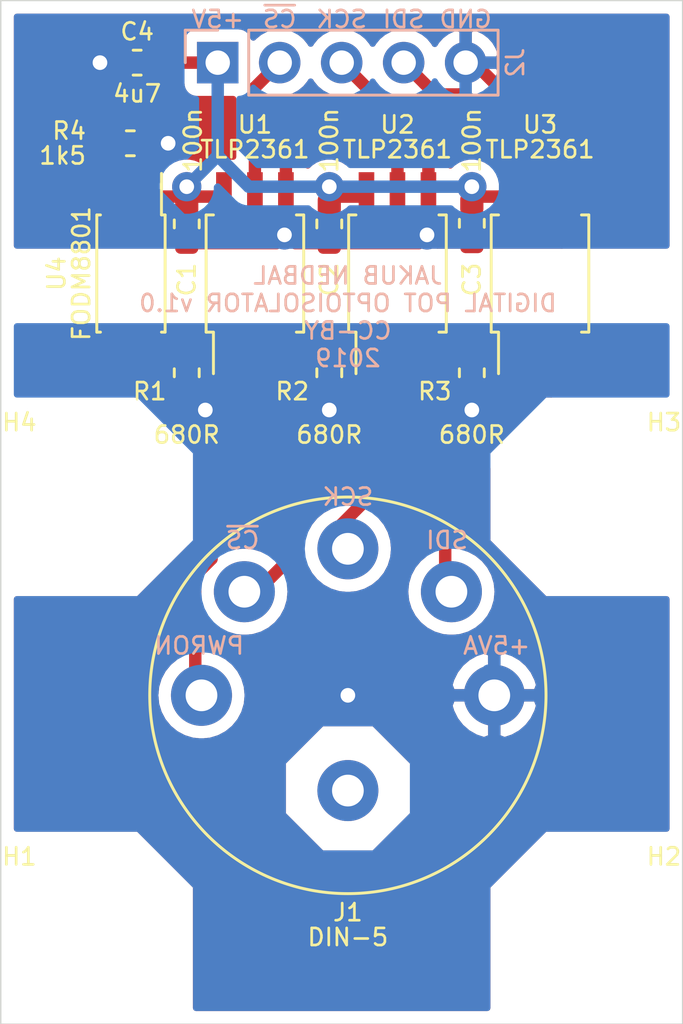
<source format=kicad_pcb>
(kicad_pcb (version 20171130) (host pcbnew 5.1.2-f72e74a~84~ubuntu16.04.1)

  (general
    (thickness 1.6)
    (drawings 15)
    (tracks 104)
    (zones 0)
    (modules 18)
    (nets 15)
  )

  (page A4)
  (layers
    (0 F.Cu signal)
    (31 B.Cu signal hide)
    (32 B.Adhes user)
    (33 F.Adhes user)
    (34 B.Paste user)
    (35 F.Paste user)
    (36 B.SilkS user)
    (37 F.SilkS user)
    (38 B.Mask user)
    (39 F.Mask user)
    (40 Dwgs.User user)
    (41 Cmts.User user)
    (42 Eco1.User user)
    (43 Eco2.User user)
    (44 Edge.Cuts user)
    (45 Margin user)
    (46 B.CrtYd user)
    (47 F.CrtYd user)
    (48 B.Fab user)
    (49 F.Fab user hide)
  )

  (setup
    (last_trace_width 0.25)
    (user_trace_width 0.508)
    (trace_clearance 0.2)
    (zone_clearance 0.508)
    (zone_45_only no)
    (trace_min 0.2)
    (via_size 0.8)
    (via_drill 0.4)
    (via_min_size 0.4)
    (via_min_drill 0.3)
    (user_via 1.2 0.6)
    (uvia_size 0.3)
    (uvia_drill 0.1)
    (uvias_allowed no)
    (uvia_min_size 0.2)
    (uvia_min_drill 0.1)
    (edge_width 0.05)
    (segment_width 0.2)
    (pcb_text_width 0.3)
    (pcb_text_size 1.5 1.5)
    (mod_edge_width 0.12)
    (mod_text_size 1 1)
    (mod_text_width 0.15)
    (pad_size 1.524 1.524)
    (pad_drill 0.762)
    (pad_to_mask_clearance 0.051)
    (solder_mask_min_width 0.25)
    (aux_axis_origin 0 0)
    (visible_elements FFFFFF7F)
    (pcbplotparams
      (layerselection 0x010f0_ffffffff)
      (usegerberextensions true)
      (usegerberattributes false)
      (usegerberadvancedattributes false)
      (creategerberjobfile false)
      (excludeedgelayer true)
      (linewidth 0.100000)
      (plotframeref false)
      (viasonmask false)
      (mode 1)
      (useauxorigin false)
      (hpglpennumber 1)
      (hpglpenspeed 20)
      (hpglpendiameter 15.000000)
      (psnegative false)
      (psa4output false)
      (plotreference true)
      (plotvalue true)
      (plotinvisibletext false)
      (padsonsilk false)
      (subtractmaskfromsilk false)
      (outputformat 1)
      (mirror false)
      (drillshape 0)
      (scaleselection 1)
      (outputdirectory "boards/"))
  )

  (net 0 "")
  (net 1 +5V)
  (net 2 GND)
  (net 3 /SCK_IN)
  (net 4 /SDI_IN)
  (net 5 +5VA)
  (net 6 /POWERON_OUT)
  (net 7 /~CS_IN)
  (net 8 /~CS_OUT)
  (net 9 /SCK_OUT)
  (net 10 /SDI_OUT)
  (net 11 "Net-(R1-Pad2)")
  (net 12 "Net-(R2-Pad2)")
  (net 13 "Net-(R3-Pad2)")
  (net 14 "Net-(R4-Pad1)")

  (net_class Default "This is the default net class."
    (clearance 0.2)
    (trace_width 0.25)
    (via_dia 0.8)
    (via_drill 0.4)
    (uvia_dia 0.3)
    (uvia_drill 0.1)
    (add_net +5V)
    (add_net +5VA)
    (add_net /POWERON_OUT)
    (add_net /SCK_IN)
    (add_net /SCK_OUT)
    (add_net /SDI_IN)
    (add_net /SDI_OUT)
    (add_net /~CS_IN)
    (add_net /~CS_OUT)
    (add_net GND)
    (add_net "Net-(R1-Pad2)")
    (add_net "Net-(R2-Pad2)")
    (add_net "Net-(R3-Pad2)")
    (add_net "Net-(R4-Pad1)")
  )

  (module jakub:DIN5 (layer F.Cu) (tedit 5D306D05) (tstamp 5D31A297)
    (at 101.854 46.228)
    (descr "DIN 5 audio connector")
    (path /5D2F5CDF)
    (fp_text reference J1 (at 0 8.89) (layer F.SilkS)
      (effects (font (size 0.7 0.7) (thickness 0.11)))
    )
    (fp_text value DIN-5 (at 0 9.906) (layer F.SilkS)
      (effects (font (size 0.7 0.7) (thickness 0.11)))
    )
    (fp_circle (center 0 0) (end 0 8) (layer F.Fab) (width 0.1))
    (fp_circle (center 0 0) (end 0 8.12) (layer F.SilkS) (width 0.12))
    (fp_circle (center 0 0) (end 0 8.37) (layer F.CrtYd) (width 0.05))
    (pad 2 thru_hole oval (at 0 -6) (size 2.5 2.5) (drill 1.3) (layers *.Cu *.Mask)
      (net 3 /SCK_IN))
    (pad 5 thru_hole oval (at 4.24264 -4.24264) (size 2.5 2.5) (drill 1.3) (layers *.Cu *.Mask)
      (net 4 /SDI_IN))
    (pad 3 thru_hole oval (at 6 0) (size 2.5 2.5) (drill 1.3) (layers *.Cu *.Mask)
      (net 5 +5VA))
    (pad 6 thru_hole oval (at 0 3.9 180) (size 2.5 2.5) (drill 1.3) (layers *.Cu *.Mask))
    (pad 1 thru_hole oval (at -6 0) (size 2.5 2.5) (drill 1.3) (layers *.Cu *.Mask)
      (net 6 /POWERON_OUT))
    (pad 4 thru_hole oval (at -4.24264 -4.24264) (size 2.5 2.5) (drill 1.3) (layers *.Cu *.Mask)
      (net 7 /~CS_IN))
  )

  (module MountingHole:MountingHole_3.2mm_M3 (layer F.Cu) (tedit 56D1B4CB) (tstamp 5D31A093)
    (at 91.44 38.1)
    (descr "Mounting Hole 3.2mm, no annular, M3")
    (tags "mounting hole 3.2mm no annular m3")
    (path /5D374AEC)
    (attr virtual)
    (fp_text reference H4 (at -3.048 -3.048) (layer F.SilkS)
      (effects (font (size 0.7 0.7) (thickness 0.11)))
    )
    (fp_text value 3.2mm (at 0 4.2) (layer F.Fab)
      (effects (font (size 1 1) (thickness 0.15)))
    )
    (fp_circle (center 0 0) (end 3.45 0) (layer F.CrtYd) (width 0.05))
    (fp_circle (center 0 0) (end 3.2 0) (layer Cmts.User) (width 0.15))
    (fp_text user %R (at 0.3 0) (layer F.Fab)
      (effects (font (size 1 1) (thickness 0.15)))
    )
    (pad 1 np_thru_hole circle (at 0 0) (size 3.2 3.2) (drill 3.2) (layers *.Cu *.Mask))
  )

  (module MountingHole:MountingHole_3.2mm_M3 (layer F.Cu) (tedit 56D1B4CB) (tstamp 5D31A08B)
    (at 111.76 38.1)
    (descr "Mounting Hole 3.2mm, no annular, M3")
    (tags "mounting hole 3.2mm no annular m3")
    (path /5D374824)
    (attr virtual)
    (fp_text reference H3 (at 3.048 -3.048) (layer F.SilkS)
      (effects (font (size 0.7 0.7) (thickness 0.11)))
    )
    (fp_text value 3.2mm (at 0 4.2) (layer F.Fab)
      (effects (font (size 1 1) (thickness 0.15)))
    )
    (fp_circle (center 0 0) (end 3.45 0) (layer F.CrtYd) (width 0.05))
    (fp_circle (center 0 0) (end 3.2 0) (layer Cmts.User) (width 0.15))
    (fp_text user %R (at 0.3 0) (layer F.Fab)
      (effects (font (size 1 1) (thickness 0.15)))
    )
    (pad 1 np_thru_hole circle (at 0 0) (size 3.2 3.2) (drill 3.2) (layers *.Cu *.Mask))
  )

  (module MountingHole:MountingHole_3.2mm_M3 (layer F.Cu) (tedit 56D1B4CB) (tstamp 5D31A083)
    (at 111.76 55.88)
    (descr "Mounting Hole 3.2mm, no annular, M3")
    (tags "mounting hole 3.2mm no annular m3")
    (path /5D3741F9)
    (attr virtual)
    (fp_text reference H2 (at 3.048 -3.048) (layer F.SilkS)
      (effects (font (size 0.7 0.7) (thickness 0.11)))
    )
    (fp_text value 3.2mm (at 0 4.2) (layer F.Fab)
      (effects (font (size 1 1) (thickness 0.15)))
    )
    (fp_circle (center 0 0) (end 3.45 0) (layer F.CrtYd) (width 0.05))
    (fp_circle (center 0 0) (end 3.2 0) (layer Cmts.User) (width 0.15))
    (fp_text user %R (at 0.3 0) (layer F.Fab)
      (effects (font (size 1 1) (thickness 0.15)))
    )
    (pad 1 np_thru_hole circle (at 0 0) (size 3.2 3.2) (drill 3.2) (layers *.Cu *.Mask))
  )

  (module MountingHole:MountingHole_3.2mm_M3 (layer F.Cu) (tedit 56D1B4CB) (tstamp 5D31A07B)
    (at 91.44 55.88)
    (descr "Mounting Hole 3.2mm, no annular, M3")
    (tags "mounting hole 3.2mm no annular m3")
    (path /5D372A24)
    (attr virtual)
    (fp_text reference H1 (at -3.048 -3.048) (layer F.SilkS)
      (effects (font (size 0.7 0.7) (thickness 0.11)))
    )
    (fp_text value 3.2mm (at 0 4.2) (layer F.Fab)
      (effects (font (size 1 1) (thickness 0.15)))
    )
    (fp_circle (center 0 0) (end 3.45 0) (layer F.CrtYd) (width 0.05))
    (fp_circle (center 0 0) (end 3.2 0) (layer Cmts.User) (width 0.15))
    (fp_text user %R (at 0.3 0) (layer F.Fab)
      (effects (font (size 1 1) (thickness 0.15)))
    )
    (pad 1 np_thru_hole circle (at 0 0) (size 3.2 3.2) (drill 3.2) (layers *.Cu *.Mask))
  )

  (module Resistor_SMD:R_0603_1608Metric (layer F.Cu) (tedit 5B301BBD) (tstamp 5D30E5AD)
    (at 92.9385 23.622)
    (descr "Resistor SMD 0603 (1608 Metric), square (rectangular) end terminal, IPC_7351 nominal, (Body size source: http://www.tortai-tech.com/upload/download/2011102023233369053.pdf), generated with kicad-footprint-generator")
    (tags resistor)
    (path /5D309461)
    (attr smd)
    (fp_text reference R4 (at -1.7525 -0.508) (layer F.SilkS)
      (effects (font (size 0.7 0.7) (thickness 0.11)) (justify right))
    )
    (fp_text value 1k5 (at -1.7525 0.508) (layer F.SilkS)
      (effects (font (size 0.7 0.7) (thickness 0.11)) (justify right))
    )
    (fp_text user %R (at 0 0) (layer F.Fab)
      (effects (font (size 0.4 0.4) (thickness 0.06)))
    )
    (fp_line (start 1.48 0.73) (end -1.48 0.73) (layer F.CrtYd) (width 0.05))
    (fp_line (start 1.48 -0.73) (end 1.48 0.73) (layer F.CrtYd) (width 0.05))
    (fp_line (start -1.48 -0.73) (end 1.48 -0.73) (layer F.CrtYd) (width 0.05))
    (fp_line (start -1.48 0.73) (end -1.48 -0.73) (layer F.CrtYd) (width 0.05))
    (fp_line (start -0.162779 0.51) (end 0.162779 0.51) (layer F.SilkS) (width 0.12))
    (fp_line (start -0.162779 -0.51) (end 0.162779 -0.51) (layer F.SilkS) (width 0.12))
    (fp_line (start 0.8 0.4) (end -0.8 0.4) (layer F.Fab) (width 0.1))
    (fp_line (start 0.8 -0.4) (end 0.8 0.4) (layer F.Fab) (width 0.1))
    (fp_line (start -0.8 -0.4) (end 0.8 -0.4) (layer F.Fab) (width 0.1))
    (fp_line (start -0.8 0.4) (end -0.8 -0.4) (layer F.Fab) (width 0.1))
    (pad 2 smd roundrect (at 0.7875 0) (size 0.875 0.95) (layers F.Cu F.Paste F.Mask) (roundrect_rratio 0.25)
      (net 2 GND))
    (pad 1 smd roundrect (at -0.7875 0) (size 0.875 0.95) (layers F.Cu F.Paste F.Mask) (roundrect_rratio 0.25)
      (net 14 "Net-(R4-Pad1)"))
    (model ${KISYS3DMOD}/Resistor_SMD.3dshapes/R_0603_1608Metric.wrl
      (at (xyz 0 0 0))
      (scale (xyz 1 1 1))
      (rotate (xyz 0 0 0))
    )
  )

  (module Resistor_SMD:R_0603_1608Metric (layer F.Cu) (tedit 5B301BBD) (tstamp 5D30E59C)
    (at 106.934 33.02 90)
    (descr "Resistor SMD 0603 (1608 Metric), square (rectangular) end terminal, IPC_7351 nominal, (Body size source: http://www.tortai-tech.com/upload/download/2011102023233369053.pdf), generated with kicad-footprint-generator")
    (tags resistor)
    (path /5D3343BD)
    (attr smd)
    (fp_text reference R3 (at -0.762 -0.762 180) (layer F.SilkS)
      (effects (font (size 0.7 0.7) (thickness 0.11)) (justify right))
    )
    (fp_text value 680R (at -2.54 0 180) (layer F.SilkS)
      (effects (font (size 0.7 0.7) (thickness 0.11)))
    )
    (fp_text user %R (at 0 0 90) (layer F.Fab)
      (effects (font (size 0.4 0.4) (thickness 0.06)))
    )
    (fp_line (start 1.48 0.73) (end -1.48 0.73) (layer F.CrtYd) (width 0.05))
    (fp_line (start 1.48 -0.73) (end 1.48 0.73) (layer F.CrtYd) (width 0.05))
    (fp_line (start -1.48 -0.73) (end 1.48 -0.73) (layer F.CrtYd) (width 0.05))
    (fp_line (start -1.48 0.73) (end -1.48 -0.73) (layer F.CrtYd) (width 0.05))
    (fp_line (start -0.162779 0.51) (end 0.162779 0.51) (layer F.SilkS) (width 0.12))
    (fp_line (start -0.162779 -0.51) (end 0.162779 -0.51) (layer F.SilkS) (width 0.12))
    (fp_line (start 0.8 0.4) (end -0.8 0.4) (layer F.Fab) (width 0.1))
    (fp_line (start 0.8 -0.4) (end 0.8 0.4) (layer F.Fab) (width 0.1))
    (fp_line (start -0.8 -0.4) (end 0.8 -0.4) (layer F.Fab) (width 0.1))
    (fp_line (start -0.8 0.4) (end -0.8 -0.4) (layer F.Fab) (width 0.1))
    (pad 2 smd roundrect (at 0.7875 0 90) (size 0.875 0.95) (layers F.Cu F.Paste F.Mask) (roundrect_rratio 0.25)
      (net 13 "Net-(R3-Pad2)"))
    (pad 1 smd roundrect (at -0.7875 0 90) (size 0.875 0.95) (layers F.Cu F.Paste F.Mask) (roundrect_rratio 0.25)
      (net 5 +5VA))
    (model ${KISYS3DMOD}/Resistor_SMD.3dshapes/R_0603_1608Metric.wrl
      (at (xyz 0 0 0))
      (scale (xyz 1 1 1))
      (rotate (xyz 0 0 0))
    )
  )

  (module Resistor_SMD:R_0603_1608Metric (layer F.Cu) (tedit 5B301BBD) (tstamp 5D30E58B)
    (at 101.092 33.02 90)
    (descr "Resistor SMD 0603 (1608 Metric), square (rectangular) end terminal, IPC_7351 nominal, (Body size source: http://www.tortai-tech.com/upload/download/2011102023233369053.pdf), generated with kicad-footprint-generator")
    (tags resistor)
    (path /5D333FBC)
    (attr smd)
    (fp_text reference R2 (at -0.762 -0.762 180) (layer F.SilkS)
      (effects (font (size 0.7 0.7) (thickness 0.11)) (justify right))
    )
    (fp_text value 680R (at -2.54 0 180) (layer F.SilkS)
      (effects (font (size 0.7 0.7) (thickness 0.11)))
    )
    (fp_text user %R (at 0 0 90) (layer F.Fab)
      (effects (font (size 0.4 0.4) (thickness 0.06)))
    )
    (fp_line (start 1.48 0.73) (end -1.48 0.73) (layer F.CrtYd) (width 0.05))
    (fp_line (start 1.48 -0.73) (end 1.48 0.73) (layer F.CrtYd) (width 0.05))
    (fp_line (start -1.48 -0.73) (end 1.48 -0.73) (layer F.CrtYd) (width 0.05))
    (fp_line (start -1.48 0.73) (end -1.48 -0.73) (layer F.CrtYd) (width 0.05))
    (fp_line (start -0.162779 0.51) (end 0.162779 0.51) (layer F.SilkS) (width 0.12))
    (fp_line (start -0.162779 -0.51) (end 0.162779 -0.51) (layer F.SilkS) (width 0.12))
    (fp_line (start 0.8 0.4) (end -0.8 0.4) (layer F.Fab) (width 0.1))
    (fp_line (start 0.8 -0.4) (end 0.8 0.4) (layer F.Fab) (width 0.1))
    (fp_line (start -0.8 -0.4) (end 0.8 -0.4) (layer F.Fab) (width 0.1))
    (fp_line (start -0.8 0.4) (end -0.8 -0.4) (layer F.Fab) (width 0.1))
    (pad 2 smd roundrect (at 0.7875 0 90) (size 0.875 0.95) (layers F.Cu F.Paste F.Mask) (roundrect_rratio 0.25)
      (net 12 "Net-(R2-Pad2)"))
    (pad 1 smd roundrect (at -0.7875 0 90) (size 0.875 0.95) (layers F.Cu F.Paste F.Mask) (roundrect_rratio 0.25)
      (net 5 +5VA))
    (model ${KISYS3DMOD}/Resistor_SMD.3dshapes/R_0603_1608Metric.wrl
      (at (xyz 0 0 0))
      (scale (xyz 1 1 1))
      (rotate (xyz 0 0 0))
    )
  )

  (module Resistor_SMD:R_0603_1608Metric (layer F.Cu) (tedit 5B301BBD) (tstamp 5D30E57A)
    (at 95.25 33.02 90)
    (descr "Resistor SMD 0603 (1608 Metric), square (rectangular) end terminal, IPC_7351 nominal, (Body size source: http://www.tortai-tech.com/upload/download/2011102023233369053.pdf), generated with kicad-footprint-generator")
    (tags resistor)
    (path /5D2FEBBE)
    (attr smd)
    (fp_text reference R1 (at -0.762 -0.762 180) (layer F.SilkS)
      (effects (font (size 0.7 0.7) (thickness 0.11)) (justify right))
    )
    (fp_text value 680R (at -2.54 0 180) (layer F.SilkS)
      (effects (font (size 0.7 0.7) (thickness 0.11)))
    )
    (fp_text user %R (at 0 0 90) (layer F.Fab)
      (effects (font (size 0.4 0.4) (thickness 0.06)))
    )
    (fp_line (start 1.48 0.73) (end -1.48 0.73) (layer F.CrtYd) (width 0.05))
    (fp_line (start 1.48 -0.73) (end 1.48 0.73) (layer F.CrtYd) (width 0.05))
    (fp_line (start -1.48 -0.73) (end 1.48 -0.73) (layer F.CrtYd) (width 0.05))
    (fp_line (start -1.48 0.73) (end -1.48 -0.73) (layer F.CrtYd) (width 0.05))
    (fp_line (start -0.162779 0.51) (end 0.162779 0.51) (layer F.SilkS) (width 0.12))
    (fp_line (start -0.162779 -0.51) (end 0.162779 -0.51) (layer F.SilkS) (width 0.12))
    (fp_line (start 0.8 0.4) (end -0.8 0.4) (layer F.Fab) (width 0.1))
    (fp_line (start 0.8 -0.4) (end 0.8 0.4) (layer F.Fab) (width 0.1))
    (fp_line (start -0.8 -0.4) (end 0.8 -0.4) (layer F.Fab) (width 0.1))
    (fp_line (start -0.8 0.4) (end -0.8 -0.4) (layer F.Fab) (width 0.1))
    (pad 2 smd roundrect (at 0.7875 0 90) (size 0.875 0.95) (layers F.Cu F.Paste F.Mask) (roundrect_rratio 0.25)
      (net 11 "Net-(R1-Pad2)"))
    (pad 1 smd roundrect (at -0.7875 0 90) (size 0.875 0.95) (layers F.Cu F.Paste F.Mask) (roundrect_rratio 0.25)
      (net 5 +5VA))
    (model ${KISYS3DMOD}/Resistor_SMD.3dshapes/R_0603_1608Metric.wrl
      (at (xyz 0 0 0))
      (scale (xyz 1 1 1))
      (rotate (xyz 0 0 0))
    )
  )

  (module Capacitor_SMD:C_0603_1608Metric (layer F.Cu) (tedit 5B301BBE) (tstamp 5D30D5EB)
    (at 95.25 26.924 270)
    (descr "Capacitor SMD 0603 (1608 Metric), square (rectangular) end terminal, IPC_7351 nominal, (Body size source: http://www.tortai-tech.com/upload/download/2011102023233369053.pdf), generated with kicad-footprint-generator")
    (tags capacitor)
    (path /5D30D315)
    (attr smd)
    (fp_text reference C1 (at 1.524 0 90) (layer F.SilkS)
      (effects (font (size 0.7 0.7) (thickness 0.11)) (justify right))
    )
    (fp_text value 100n (at -2.032 -0.254 90) (layer F.SilkS)
      (effects (font (size 0.7 0.7) (thickness 0.11)) (justify left))
    )
    (fp_line (start -0.8 0.4) (end -0.8 -0.4) (layer F.Fab) (width 0.1))
    (fp_line (start -0.8 -0.4) (end 0.8 -0.4) (layer F.Fab) (width 0.1))
    (fp_line (start 0.8 -0.4) (end 0.8 0.4) (layer F.Fab) (width 0.1))
    (fp_line (start 0.8 0.4) (end -0.8 0.4) (layer F.Fab) (width 0.1))
    (fp_line (start -0.162779 -0.51) (end 0.162779 -0.51) (layer F.SilkS) (width 0.12))
    (fp_line (start -0.162779 0.51) (end 0.162779 0.51) (layer F.SilkS) (width 0.12))
    (fp_line (start -1.48 0.73) (end -1.48 -0.73) (layer F.CrtYd) (width 0.05))
    (fp_line (start -1.48 -0.73) (end 1.48 -0.73) (layer F.CrtYd) (width 0.05))
    (fp_line (start 1.48 -0.73) (end 1.48 0.73) (layer F.CrtYd) (width 0.05))
    (fp_line (start 1.48 0.73) (end -1.48 0.73) (layer F.CrtYd) (width 0.05))
    (fp_text user %R (at 0 0 90) (layer F.Fab)
      (effects (font (size 0.4 0.4) (thickness 0.06)))
    )
    (pad 1 smd roundrect (at -0.7875 0 270) (size 0.875 0.95) (layers F.Cu F.Paste F.Mask) (roundrect_rratio 0.25)
      (net 1 +5V))
    (pad 2 smd roundrect (at 0.7875 0 270) (size 0.875 0.95) (layers F.Cu F.Paste F.Mask) (roundrect_rratio 0.25)
      (net 2 GND))
    (model ${KISYS3DMOD}/Capacitor_SMD.3dshapes/C_0603_1608Metric.wrl
      (at (xyz 0 0 0))
      (scale (xyz 1 1 1))
      (rotate (xyz 0 0 0))
    )
  )

  (module Capacitor_SMD:C_0603_1608Metric (layer F.Cu) (tedit 5B301BBE) (tstamp 5D30D5FC)
    (at 101.092 26.924 270)
    (descr "Capacitor SMD 0603 (1608 Metric), square (rectangular) end terminal, IPC_7351 nominal, (Body size source: http://www.tortai-tech.com/upload/download/2011102023233369053.pdf), generated with kicad-footprint-generator")
    (tags capacitor)
    (path /5D332A2B)
    (attr smd)
    (fp_text reference C2 (at 1.524 0 90) (layer F.SilkS)
      (effects (font (size 0.7 0.7) (thickness 0.11)) (justify right))
    )
    (fp_text value 100n (at -2.032 0 90) (layer F.SilkS)
      (effects (font (size 0.7 0.7) (thickness 0.11)) (justify left))
    )
    (fp_line (start -0.8 0.4) (end -0.8 -0.4) (layer F.Fab) (width 0.1))
    (fp_line (start -0.8 -0.4) (end 0.8 -0.4) (layer F.Fab) (width 0.1))
    (fp_line (start 0.8 -0.4) (end 0.8 0.4) (layer F.Fab) (width 0.1))
    (fp_line (start 0.8 0.4) (end -0.8 0.4) (layer F.Fab) (width 0.1))
    (fp_line (start -0.162779 -0.51) (end 0.162779 -0.51) (layer F.SilkS) (width 0.12))
    (fp_line (start -0.162779 0.51) (end 0.162779 0.51) (layer F.SilkS) (width 0.12))
    (fp_line (start -1.48 0.73) (end -1.48 -0.73) (layer F.CrtYd) (width 0.05))
    (fp_line (start -1.48 -0.73) (end 1.48 -0.73) (layer F.CrtYd) (width 0.05))
    (fp_line (start 1.48 -0.73) (end 1.48 0.73) (layer F.CrtYd) (width 0.05))
    (fp_line (start 1.48 0.73) (end -1.48 0.73) (layer F.CrtYd) (width 0.05))
    (fp_text user %R (at 0 0 90) (layer F.Fab)
      (effects (font (size 0.4 0.4) (thickness 0.06)))
    )
    (pad 1 smd roundrect (at -0.7875 0 270) (size 0.875 0.95) (layers F.Cu F.Paste F.Mask) (roundrect_rratio 0.25)
      (net 1 +5V))
    (pad 2 smd roundrect (at 0.7875 0 270) (size 0.875 0.95) (layers F.Cu F.Paste F.Mask) (roundrect_rratio 0.25)
      (net 2 GND))
    (model ${KISYS3DMOD}/Capacitor_SMD.3dshapes/C_0603_1608Metric.wrl
      (at (xyz 0 0 0))
      (scale (xyz 1 1 1))
      (rotate (xyz 0 0 0))
    )
  )

  (module Capacitor_SMD:C_0603_1608Metric (layer F.Cu) (tedit 5B301BBE) (tstamp 5D30D60D)
    (at 106.934 26.8985 270)
    (descr "Capacitor SMD 0603 (1608 Metric), square (rectangular) end terminal, IPC_7351 nominal, (Body size source: http://www.tortai-tech.com/upload/download/2011102023233369053.pdf), generated with kicad-footprint-generator")
    (tags capacitor)
    (path /5D333385)
    (attr smd)
    (fp_text reference C3 (at 1.5495 0 90) (layer F.SilkS)
      (effects (font (size 0.7 0.7) (thickness 0.11)) (justify right))
    )
    (fp_text value 100n (at -2.0065 0 90) (layer F.SilkS)
      (effects (font (size 0.7 0.7) (thickness 0.11)) (justify left))
    )
    (fp_text user %R (at 0 0 90) (layer F.Fab)
      (effects (font (size 0.4 0.4) (thickness 0.06)))
    )
    (fp_line (start 1.48 0.73) (end -1.48 0.73) (layer F.CrtYd) (width 0.05))
    (fp_line (start 1.48 -0.73) (end 1.48 0.73) (layer F.CrtYd) (width 0.05))
    (fp_line (start -1.48 -0.73) (end 1.48 -0.73) (layer F.CrtYd) (width 0.05))
    (fp_line (start -1.48 0.73) (end -1.48 -0.73) (layer F.CrtYd) (width 0.05))
    (fp_line (start -0.162779 0.51) (end 0.162779 0.51) (layer F.SilkS) (width 0.12))
    (fp_line (start -0.162779 -0.51) (end 0.162779 -0.51) (layer F.SilkS) (width 0.12))
    (fp_line (start 0.8 0.4) (end -0.8 0.4) (layer F.Fab) (width 0.1))
    (fp_line (start 0.8 -0.4) (end 0.8 0.4) (layer F.Fab) (width 0.1))
    (fp_line (start -0.8 -0.4) (end 0.8 -0.4) (layer F.Fab) (width 0.1))
    (fp_line (start -0.8 0.4) (end -0.8 -0.4) (layer F.Fab) (width 0.1))
    (pad 2 smd roundrect (at 0.7875 0 270) (size 0.875 0.95) (layers F.Cu F.Paste F.Mask) (roundrect_rratio 0.25)
      (net 2 GND))
    (pad 1 smd roundrect (at -0.7875 0 270) (size 0.875 0.95) (layers F.Cu F.Paste F.Mask) (roundrect_rratio 0.25)
      (net 1 +5V))
    (model ${KISYS3DMOD}/Capacitor_SMD.3dshapes/C_0603_1608Metric.wrl
      (at (xyz 0 0 0))
      (scale (xyz 1 1 1))
      (rotate (xyz 0 0 0))
    )
  )

  (module Capacitor_SMD:C_0603_1608Metric (layer F.Cu) (tedit 5B301BBE) (tstamp 5D30D61E)
    (at 93.218 20.32 180)
    (descr "Capacitor SMD 0603 (1608 Metric), square (rectangular) end terminal, IPC_7351 nominal, (Body size source: http://www.tortai-tech.com/upload/download/2011102023233369053.pdf), generated with kicad-footprint-generator")
    (tags capacitor)
    (path /5D3300A6)
    (attr smd)
    (fp_text reference C4 (at 0 1.27) (layer F.SilkS)
      (effects (font (size 0.7 0.7) (thickness 0.11)))
    )
    (fp_text value 4u7 (at 0 -1.27) (layer F.SilkS)
      (effects (font (size 0.7 0.7) (thickness 0.11)))
    )
    (fp_text user %R (at 0 0) (layer F.Fab)
      (effects (font (size 0.4 0.4) (thickness 0.06)))
    )
    (fp_line (start 1.48 0.73) (end -1.48 0.73) (layer F.CrtYd) (width 0.05))
    (fp_line (start 1.48 -0.73) (end 1.48 0.73) (layer F.CrtYd) (width 0.05))
    (fp_line (start -1.48 -0.73) (end 1.48 -0.73) (layer F.CrtYd) (width 0.05))
    (fp_line (start -1.48 0.73) (end -1.48 -0.73) (layer F.CrtYd) (width 0.05))
    (fp_line (start -0.162779 0.51) (end 0.162779 0.51) (layer F.SilkS) (width 0.12))
    (fp_line (start -0.162779 -0.51) (end 0.162779 -0.51) (layer F.SilkS) (width 0.12))
    (fp_line (start 0.8 0.4) (end -0.8 0.4) (layer F.Fab) (width 0.1))
    (fp_line (start 0.8 -0.4) (end 0.8 0.4) (layer F.Fab) (width 0.1))
    (fp_line (start -0.8 -0.4) (end 0.8 -0.4) (layer F.Fab) (width 0.1))
    (fp_line (start -0.8 0.4) (end -0.8 -0.4) (layer F.Fab) (width 0.1))
    (pad 2 smd roundrect (at 0.7875 0 180) (size 0.875 0.95) (layers F.Cu F.Paste F.Mask) (roundrect_rratio 0.25)
      (net 2 GND))
    (pad 1 smd roundrect (at -0.7875 0 180) (size 0.875 0.95) (layers F.Cu F.Paste F.Mask) (roundrect_rratio 0.25)
      (net 1 +5V))
    (model ${KISYS3DMOD}/Capacitor_SMD.3dshapes/C_0603_1608Metric.wrl
      (at (xyz 0 0 0))
      (scale (xyz 1 1 1))
      (rotate (xyz 0 0 0))
    )
  )

  (module Connector_PinHeader_2.54mm:PinHeader_1x05_P2.54mm_Vertical (layer B.Cu) (tedit 59FED5CC) (tstamp 5D30DB53)
    (at 96.52 20.32 270)
    (descr "Through hole straight pin header, 1x05, 2.54mm pitch, single row")
    (tags "Through hole pin header THT 1x05 2.54mm single row")
    (path /5D32F6D0)
    (fp_text reference J2 (at 0 -12.192 270) (layer B.SilkS)
      (effects (font (size 0.7 0.7) (thickness 0.11)) (justify mirror))
    )
    (fp_text value "5-Way Header" (at -4.064 -8.382) (layer B.SilkS) hide
      (effects (font (size 0.7 0.7) (thickness 0.11)) (justify mirror))
    )
    (fp_line (start -0.635 1.27) (end 1.27 1.27) (layer B.Fab) (width 0.1))
    (fp_line (start 1.27 1.27) (end 1.27 -11.43) (layer B.Fab) (width 0.1))
    (fp_line (start 1.27 -11.43) (end -1.27 -11.43) (layer B.Fab) (width 0.1))
    (fp_line (start -1.27 -11.43) (end -1.27 0.635) (layer B.Fab) (width 0.1))
    (fp_line (start -1.27 0.635) (end -0.635 1.27) (layer B.Fab) (width 0.1))
    (fp_line (start -1.33 -11.49) (end 1.33 -11.49) (layer B.SilkS) (width 0.12))
    (fp_line (start -1.33 -1.27) (end -1.33 -11.49) (layer B.SilkS) (width 0.12))
    (fp_line (start 1.33 -1.27) (end 1.33 -11.49) (layer B.SilkS) (width 0.12))
    (fp_line (start -1.33 -1.27) (end 1.33 -1.27) (layer B.SilkS) (width 0.12))
    (fp_line (start -1.33 0) (end -1.33 1.33) (layer B.SilkS) (width 0.12))
    (fp_line (start -1.33 1.33) (end 0 1.33) (layer B.SilkS) (width 0.12))
    (fp_line (start -1.8 1.8) (end -1.8 -11.95) (layer B.CrtYd) (width 0.05))
    (fp_line (start -1.8 -11.95) (end 1.8 -11.95) (layer B.CrtYd) (width 0.05))
    (fp_line (start 1.8 -11.95) (end 1.8 1.8) (layer B.CrtYd) (width 0.05))
    (fp_line (start 1.8 1.8) (end -1.8 1.8) (layer B.CrtYd) (width 0.05))
    (fp_text user %R (at 0 -5.08) (layer B.Fab)
      (effects (font (size 1 1) (thickness 0.15)) (justify mirror))
    )
    (pad 1 thru_hole rect (at 0 0 270) (size 1.7 1.7) (drill 1) (layers *.Cu *.Mask)
      (net 1 +5V))
    (pad 2 thru_hole oval (at 0 -2.54 270) (size 1.7 1.7) (drill 1) (layers *.Cu *.Mask)
      (net 8 /~CS_OUT))
    (pad 3 thru_hole oval (at 0 -5.08 270) (size 1.7 1.7) (drill 1) (layers *.Cu *.Mask)
      (net 9 /SCK_OUT))
    (pad 4 thru_hole oval (at 0 -7.62 270) (size 1.7 1.7) (drill 1) (layers *.Cu *.Mask)
      (net 10 /SDI_OUT))
    (pad 5 thru_hole oval (at 0 -10.16 270) (size 1.7 1.7) (drill 1) (layers *.Cu *.Mask)
      (net 2 GND))
    (model ${KISYS3DMOD}/Connector_PinHeader_2.54mm.3dshapes/PinHeader_1x05_P2.54mm_Vertical.wrl
      (at (xyz 0 0 0))
      (scale (xyz 1 1 1))
      (rotate (xyz 0 0 0))
    )
  )

  (module Package_SO:SO-6_4.4x3.6mm_P1.27mm (layer F.Cu) (tedit 5A02F2D3) (tstamp 5D30D6A3)
    (at 98.044 28.956 90)
    (descr "6-Lead Plastic Small Outline (SO), see https://docs.broadcom.com/cs/Satellite?blobcol=urldata&blobheader=application%2Fpdf&blobheadername1=Content-Disposition&blobheadername2=Content-Type&blobheadername3=MDT-Type&blobheadervalue1=attachment%3Bfilename%3DIPD-Selection-Guide_AV00-0254EN_030617.pdf&blobheadervalue2=application%2Fx-download&blobheadervalue3=abinary%253B%2Bcharset%253DUTF-8&blobkey=id&blobnocache=true&blobtable=MungoBlobs&blobwhere=1430884105675&ssbinary=true")
    (tags "SO SOIC 1.27")
    (path /5D2F41DE)
    (attr smd)
    (fp_text reference U1 (at 6.096 0 180) (layer F.SilkS)
      (effects (font (size 0.7 0.7) (thickness 0.11)))
    )
    (fp_text value TLP2361 (at 5.08 0 180) (layer F.SilkS)
      (effects (font (size 0.7 0.7) (thickness 0.11)))
    )
    (fp_line (start -2.4 -1.7) (end -4.1 -1.7) (layer F.SilkS) (width 0.12))
    (fp_text user %R (at 0 -0.065 90) (layer F.Fab)
      (effects (font (size 1 1) (thickness 0.15)))
    )
    (fp_line (start 2.4 1.7) (end 2.4 2) (layer F.SilkS) (width 0.12))
    (fp_line (start 2.4 2) (end -2.4 2) (layer F.SilkS) (width 0.12))
    (fp_line (start -2.4 2) (end -2.4 1.7) (layer F.SilkS) (width 0.12))
    (fp_line (start -2.4 -1.7) (end -2.4 -2) (layer F.SilkS) (width 0.12))
    (fp_line (start -2.4 -2) (end 2.4 -2) (layer F.SilkS) (width 0.12))
    (fp_line (start 2.4 -2) (end 2.4 -1.7) (layer F.SilkS) (width 0.12))
    (fp_line (start 2.2 -1.8) (end 2.2 1.8) (layer F.Fab) (width 0.12))
    (fp_line (start 2.2 1.8) (end -2.2 1.8) (layer F.Fab) (width 0.12))
    (fp_line (start -2.2 1.8) (end -2.2 -1) (layer F.Fab) (width 0.12))
    (fp_line (start -2.2 -1) (end -1.4 -1.8) (layer F.Fab) (width 0.12))
    (fp_line (start -1.4 -1.8) (end 2.2 -1.8) (layer F.Fab) (width 0.12))
    (fp_line (start -4.4 -2.05) (end 4.4 -2.05) (layer F.CrtYd) (width 0.05))
    (fp_line (start -4.4 -2.05) (end -4.4 2.05) (layer F.CrtYd) (width 0.05))
    (fp_line (start 4.4 2.05) (end 4.4 -2.05) (layer F.CrtYd) (width 0.05))
    (fp_line (start 4.4 2.05) (end -4.4 2.05) (layer F.CrtYd) (width 0.05))
    (pad 1 smd rect (at -3.15 -1.27 90) (size 2 0.64) (layers F.Cu F.Paste F.Mask)
      (net 11 "Net-(R1-Pad2)"))
    (pad 2 smd rect (at -3.15 0 90) (size 2 0.64) (layers F.Cu F.Paste F.Mask))
    (pad 3 smd rect (at -3.15 1.27 90) (size 2 0.64) (layers F.Cu F.Paste F.Mask)
      (net 7 /~CS_IN))
    (pad 4 smd rect (at 3.15 1.27 90) (size 2 0.64) (layers F.Cu F.Paste F.Mask)
      (net 2 GND))
    (pad 5 smd rect (at 3.15 0 90) (size 2 0.64) (layers F.Cu F.Paste F.Mask)
      (net 8 /~CS_OUT))
    (pad 6 smd rect (at 3.15 -1.27 90) (size 2 0.64) (layers F.Cu F.Paste F.Mask)
      (net 1 +5V))
    (model ${KISYS3DMOD}/Package_SO.3dshapes/SO-6_4.4x3.6mm_P1.27mm.wrl
      (at (xyz 0 0 0))
      (scale (xyz 1 1 1))
      (rotate (xyz 0 0 0))
    )
  )

  (module Package_SO:SO-6_4.4x3.6mm_P1.27mm (layer F.Cu) (tedit 5A02F2D3) (tstamp 5D31A683)
    (at 103.886 28.956 90)
    (descr "6-Lead Plastic Small Outline (SO), see https://docs.broadcom.com/cs/Satellite?blobcol=urldata&blobheader=application%2Fpdf&blobheadername1=Content-Disposition&blobheadername2=Content-Type&blobheadername3=MDT-Type&blobheadervalue1=attachment%3Bfilename%3DIPD-Selection-Guide_AV00-0254EN_030617.pdf&blobheadervalue2=application%2Fx-download&blobheadervalue3=abinary%253B%2Bcharset%253DUTF-8&blobkey=id&blobnocache=true&blobtable=MungoBlobs&blobwhere=1430884105675&ssbinary=true")
    (tags "SO SOIC 1.27")
    (path /5D2F7860)
    (attr smd)
    (fp_text reference U2 (at 6.096 0 180) (layer F.SilkS)
      (effects (font (size 0.7 0.7) (thickness 0.11)))
    )
    (fp_text value TLP2361 (at 5.08 0 180) (layer F.SilkS)
      (effects (font (size 0.7 0.7) (thickness 0.11)))
    )
    (fp_line (start 4.4 2.05) (end -4.4 2.05) (layer F.CrtYd) (width 0.05))
    (fp_line (start 4.4 2.05) (end 4.4 -2.05) (layer F.CrtYd) (width 0.05))
    (fp_line (start -4.4 -2.05) (end -4.4 2.05) (layer F.CrtYd) (width 0.05))
    (fp_line (start -4.4 -2.05) (end 4.4 -2.05) (layer F.CrtYd) (width 0.05))
    (fp_line (start -1.4 -1.8) (end 2.2 -1.8) (layer F.Fab) (width 0.12))
    (fp_line (start -2.2 -1) (end -1.4 -1.8) (layer F.Fab) (width 0.12))
    (fp_line (start -2.2 1.8) (end -2.2 -1) (layer F.Fab) (width 0.12))
    (fp_line (start 2.2 1.8) (end -2.2 1.8) (layer F.Fab) (width 0.12))
    (fp_line (start 2.2 -1.8) (end 2.2 1.8) (layer F.Fab) (width 0.12))
    (fp_line (start 2.4 -2) (end 2.4 -1.7) (layer F.SilkS) (width 0.12))
    (fp_line (start -2.4 -2) (end 2.4 -2) (layer F.SilkS) (width 0.12))
    (fp_line (start -2.4 -1.7) (end -2.4 -2) (layer F.SilkS) (width 0.12))
    (fp_line (start -2.4 2) (end -2.4 1.7) (layer F.SilkS) (width 0.12))
    (fp_line (start 2.4 2) (end -2.4 2) (layer F.SilkS) (width 0.12))
    (fp_line (start 2.4 1.7) (end 2.4 2) (layer F.SilkS) (width 0.12))
    (fp_text user %R (at 0 -0.065 90) (layer F.Fab)
      (effects (font (size 1 1) (thickness 0.15)))
    )
    (fp_line (start -2.4 -1.7) (end -4.1 -1.7) (layer F.SilkS) (width 0.12))
    (pad 6 smd rect (at 3.15 -1.27 90) (size 2 0.64) (layers F.Cu F.Paste F.Mask)
      (net 1 +5V))
    (pad 5 smd rect (at 3.15 0 90) (size 2 0.64) (layers F.Cu F.Paste F.Mask)
      (net 9 /SCK_OUT))
    (pad 4 smd rect (at 3.15 1.27 90) (size 2 0.64) (layers F.Cu F.Paste F.Mask)
      (net 2 GND))
    (pad 3 smd rect (at -3.15 1.27 90) (size 2 0.64) (layers F.Cu F.Paste F.Mask)
      (net 3 /SCK_IN))
    (pad 2 smd rect (at -3.15 0 90) (size 2 0.64) (layers F.Cu F.Paste F.Mask))
    (pad 1 smd rect (at -3.15 -1.27 90) (size 2 0.64) (layers F.Cu F.Paste F.Mask)
      (net 12 "Net-(R2-Pad2)"))
    (model ${KISYS3DMOD}/Package_SO.3dshapes/SO-6_4.4x3.6mm_P1.27mm.wrl
      (at (xyz 0 0 0))
      (scale (xyz 1 1 1))
      (rotate (xyz 0 0 0))
    )
  )

  (module Package_SO:SO-6_4.4x3.6mm_P1.27mm (layer F.Cu) (tedit 5A02F2D3) (tstamp 5D31A838)
    (at 109.728 28.956 90)
    (descr "6-Lead Plastic Small Outline (SO), see https://docs.broadcom.com/cs/Satellite?blobcol=urldata&blobheader=application%2Fpdf&blobheadername1=Content-Disposition&blobheadername2=Content-Type&blobheadername3=MDT-Type&blobheadervalue1=attachment%3Bfilename%3DIPD-Selection-Guide_AV00-0254EN_030617.pdf&blobheadervalue2=application%2Fx-download&blobheadervalue3=abinary%253B%2Bcharset%253DUTF-8&blobkey=id&blobnocache=true&blobtable=MungoBlobs&blobwhere=1430884105675&ssbinary=true")
    (tags "SO SOIC 1.27")
    (path /5D2FA988)
    (attr smd)
    (fp_text reference U3 (at 6.096 0 180) (layer F.SilkS)
      (effects (font (size 0.7 0.7) (thickness 0.11)))
    )
    (fp_text value TLP2361 (at 5.08 0 180) (layer F.SilkS)
      (effects (font (size 0.7 0.7) (thickness 0.11)))
    )
    (fp_line (start -2.4 -1.7) (end -4.1 -1.7) (layer F.SilkS) (width 0.12))
    (fp_text user %R (at 0 -0.065 90) (layer F.Fab)
      (effects (font (size 1 1) (thickness 0.15)))
    )
    (fp_line (start 2.4 1.7) (end 2.4 2) (layer F.SilkS) (width 0.12))
    (fp_line (start 2.4 2) (end -2.4 2) (layer F.SilkS) (width 0.12))
    (fp_line (start -2.4 2) (end -2.4 1.7) (layer F.SilkS) (width 0.12))
    (fp_line (start -2.4 -1.7) (end -2.4 -2) (layer F.SilkS) (width 0.12))
    (fp_line (start -2.4 -2) (end 2.4 -2) (layer F.SilkS) (width 0.12))
    (fp_line (start 2.4 -2) (end 2.4 -1.7) (layer F.SilkS) (width 0.12))
    (fp_line (start 2.2 -1.8) (end 2.2 1.8) (layer F.Fab) (width 0.12))
    (fp_line (start 2.2 1.8) (end -2.2 1.8) (layer F.Fab) (width 0.12))
    (fp_line (start -2.2 1.8) (end -2.2 -1) (layer F.Fab) (width 0.12))
    (fp_line (start -2.2 -1) (end -1.4 -1.8) (layer F.Fab) (width 0.12))
    (fp_line (start -1.4 -1.8) (end 2.2 -1.8) (layer F.Fab) (width 0.12))
    (fp_line (start -4.4 -2.05) (end 4.4 -2.05) (layer F.CrtYd) (width 0.05))
    (fp_line (start -4.4 -2.05) (end -4.4 2.05) (layer F.CrtYd) (width 0.05))
    (fp_line (start 4.4 2.05) (end 4.4 -2.05) (layer F.CrtYd) (width 0.05))
    (fp_line (start 4.4 2.05) (end -4.4 2.05) (layer F.CrtYd) (width 0.05))
    (pad 1 smd rect (at -3.15 -1.27 90) (size 2 0.64) (layers F.Cu F.Paste F.Mask)
      (net 13 "Net-(R3-Pad2)"))
    (pad 2 smd rect (at -3.15 0 90) (size 2 0.64) (layers F.Cu F.Paste F.Mask))
    (pad 3 smd rect (at -3.15 1.27 90) (size 2 0.64) (layers F.Cu F.Paste F.Mask)
      (net 4 /SDI_IN))
    (pad 4 smd rect (at 3.15 1.27 90) (size 2 0.64) (layers F.Cu F.Paste F.Mask)
      (net 2 GND))
    (pad 5 smd rect (at 3.15 0 90) (size 2 0.64) (layers F.Cu F.Paste F.Mask)
      (net 10 /SDI_OUT))
    (pad 6 smd rect (at 3.15 -1.27 90) (size 2 0.64) (layers F.Cu F.Paste F.Mask)
      (net 1 +5V))
    (model ${KISYS3DMOD}/Package_SO.3dshapes/SO-6_4.4x3.6mm_P1.27mm.wrl
      (at (xyz 0 0 0))
      (scale (xyz 1 1 1))
      (rotate (xyz 0 0 0))
    )
  )

  (module Package_SO:SO-4_4.4x2.3mm_P1.27mm (layer F.Cu) (tedit 5B1E4D3A) (tstamp 5D30D6F2)
    (at 92.964 28.956 270)
    (descr "4-Lead Plastic Small Outline (SO), see http://datasheet.octopart.com/OPIA403BTRE-Optek-datasheet-5328560.pdf")
    (tags "SO SOIC 1.27")
    (path /5D341043)
    (attr smd)
    (fp_text reference U4 (at 0 3.048 90) (layer F.SilkS)
      (effects (font (size 0.7 0.7) (thickness 0.11)))
    )
    (fp_text value FODM8801 (at 0 2.032 90) (layer F.SilkS)
      (effects (font (size 0.7 0.7) (thickness 0.11)))
    )
    (fp_line (start 4.4 1.45) (end -4.4 1.45) (layer F.CrtYd) (width 0.05))
    (fp_line (start 4.4 1.45) (end 4.4 -1.45) (layer F.CrtYd) (width 0.05))
    (fp_line (start -4.4 -1.45) (end -4.4 1.45) (layer F.CrtYd) (width 0.05))
    (fp_line (start -4.4 -1.45) (end 4.4 -1.45) (layer F.CrtYd) (width 0.05))
    (fp_line (start 2.4 -1.4) (end 2.4 -1.25) (layer F.SilkS) (width 0.12))
    (fp_line (start -2.4 -1.4) (end 2.4 -1.4) (layer F.SilkS) (width 0.12))
    (fp_line (start -2.4 -1.25) (end -2.4 -1.4) (layer F.SilkS) (width 0.12))
    (fp_line (start -2.4 1.4) (end -2.4 1.25) (layer F.SilkS) (width 0.12))
    (fp_line (start 2.4 1.4) (end -2.4 1.4) (layer F.SilkS) (width 0.12))
    (fp_line (start 2.4 1.25) (end 2.4 1.4) (layer F.SilkS) (width 0.12))
    (fp_line (start -2.4 -1.25) (end -4.1 -1.25) (layer F.SilkS) (width 0.12))
    (fp_line (start -2.2 -0.7) (end -2.2 1.2) (layer F.Fab) (width 0.12))
    (fp_line (start -1.7 -1.2) (end -2.2 -0.7) (layer F.Fab) (width 0.12))
    (fp_line (start 2.2 -1.2) (end -1.7 -1.2) (layer F.Fab) (width 0.12))
    (fp_line (start 2.2 1.2) (end 2.2 -1.2) (layer F.Fab) (width 0.12))
    (fp_line (start -2.2 1.2) (end 2.2 1.2) (layer F.Fab) (width 0.12))
    (fp_text user %R (at 0 -0.065 90) (layer F.Fab)
      (effects (font (size 1 1) (thickness 0.15)))
    )
    (pad 4 smd rect (at 3.15 -0.635 270) (size 2 0.64) (layers F.Cu F.Paste F.Mask)
      (net 5 +5VA))
    (pad 3 smd rect (at 3.15 0.635 270) (size 2 0.64) (layers F.Cu F.Paste F.Mask)
      (net 6 /POWERON_OUT))
    (pad 2 smd rect (at -3.15 0.635 270) (size 2 0.64) (layers F.Cu F.Paste F.Mask)
      (net 14 "Net-(R4-Pad1)"))
    (pad 1 smd rect (at -3.15 -0.635 270) (size 2 0.64) (layers F.Cu F.Paste F.Mask)
      (net 1 +5V))
    (model ${KISYS3DMOD}/Package_SO.3dshapes/SO-4_4.4x2.3mm_P1.27mm.wrl
      (at (xyz 0 0 0))
      (scale (xyz 1 1 1))
      (rotate (xyz 0 0 0))
    )
  )

  (gr_text "JAKUB NEDBAL\nDIGITAL POT OPTOISOLATOR v1.0\nCC-BY\n2019" (at 101.854 30.734) (layer B.SilkS)
    (effects (font (size 0.7 0.7) (thickness 0.11)) (justify mirror))
  )
  (gr_text +5VA (at 107.95 44.196) (layer B.SilkS) (tstamp 5D31C335)
    (effects (font (size 0.7 0.7) (thickness 0.11)) (justify mirror))
  )
  (gr_text SDI (at 105.918 39.878) (layer B.SilkS) (tstamp 5D31C335)
    (effects (font (size 0.7 0.7) (thickness 0.11)) (justify mirror))
  )
  (gr_text SCK (at 101.854 38.1) (layer B.SilkS) (tstamp 5D31C335)
    (effects (font (size 0.7 0.7) (thickness 0.11)) (justify mirror))
  )
  (gr_text ~CS (at 97.536 39.878) (layer B.SilkS) (tstamp 5D31C335)
    (effects (font (size 0.7 0.7) (thickness 0.11)) (justify mirror))
  )
  (gr_text PWRON (at 95.758 44.196) (layer B.SilkS) (tstamp 5D31C335)
    (effects (font (size 0.7 0.7) (thickness 0.11)) (justify mirror))
  )
  (gr_text GND (at 106.68 18.542) (layer B.SilkS) (tstamp 5D31C335)
    (effects (font (size 0.7 0.7) (thickness 0.11)) (justify mirror))
  )
  (gr_text SDI (at 104.14 18.542) (layer B.SilkS) (tstamp 5D31C32F)
    (effects (font (size 0.7 0.7) (thickness 0.11)) (justify mirror))
  )
  (gr_text SCK (at 101.6 18.542) (layer B.SilkS) (tstamp 5D31C32A)
    (effects (font (size 0.7 0.7) (thickness 0.11)) (justify mirror))
  )
  (gr_text ~CS (at 99.06 18.542) (layer B.SilkS) (tstamp 5D31C321)
    (effects (font (size 0.7 0.7) (thickness 0.11)) (justify mirror))
  )
  (gr_text +5V (at 96.52 18.542) (layer B.SilkS)
    (effects (font (size 0.7 0.7) (thickness 0.11)) (justify mirror))
  )
  (gr_line (start 115.57 17.78) (end 87.63 17.78) (layer Edge.Cuts) (width 0.05) (tstamp 5D31B0B4))
  (gr_line (start 115.57 59.69) (end 115.57 17.78) (layer Edge.Cuts) (width 0.05))
  (gr_line (start 87.63 59.69) (end 115.57 59.69) (layer Edge.Cuts) (width 0.05))
  (gr_line (start 87.63 17.78) (end 87.63 59.69) (layer Edge.Cuts) (width 0.05))

  (segment (start 94.9195 25.806) (end 95.25 26.1365) (width 0.508) (layer F.Cu) (net 1))
  (segment (start 93.599 25.806) (end 94.9195 25.806) (width 0.508) (layer F.Cu) (net 1))
  (segment (start 95.5805 25.806) (end 95.25 26.1365) (width 0.508) (layer F.Cu) (net 1))
  (segment (start 96.774 25.806) (end 95.5805 25.806) (width 0.508) (layer F.Cu) (net 1))
  (segment (start 101.4225 25.806) (end 101.092 26.1365) (width 0.508) (layer F.Cu) (net 1))
  (segment (start 102.616 25.806) (end 101.4225 25.806) (width 0.508) (layer F.Cu) (net 1))
  (segment (start 107.239 25.806) (end 106.934 26.111) (width 0.508) (layer F.Cu) (net 1))
  (segment (start 108.458 25.806) (end 107.239 25.806) (width 0.508) (layer F.Cu) (net 1))
  (segment (start 95.25 26.1365) (end 95.25 25.4) (width 0.508) (layer F.Cu) (net 1))
  (via (at 95.25 25.4) (size 1.2) (drill 0.6) (layers F.Cu B.Cu) (net 1))
  (segment (start 101.092 26.1365) (end 101.092 25.4) (width 0.508) (layer F.Cu) (net 1))
  (via (at 101.092 25.4) (size 1.2) (drill 0.6) (layers F.Cu B.Cu) (net 1))
  (segment (start 106.934 26.111) (end 106.934 25.4) (width 0.508) (layer F.Cu) (net 1))
  (via (at 106.934 25.4) (size 1.2) (drill 0.6) (layers F.Cu B.Cu) (net 1))
  (segment (start 96.52 24.13) (end 95.25 25.4) (width 0.508) (layer B.Cu) (net 1))
  (segment (start 96.52 20.32) (end 96.52 24.13) (width 0.508) (layer B.Cu) (net 1))
  (segment (start 97.79 25.4) (end 96.52 24.13) (width 0.508) (layer B.Cu) (net 1))
  (segment (start 101.092 25.4) (end 97.79 25.4) (width 0.508) (layer B.Cu) (net 1))
  (segment (start 101.092 25.4) (end 106.934 25.4) (width 0.508) (layer B.Cu) (net 1))
  (segment (start 94.0055 20.32) (end 96.52 20.32) (width 0.508) (layer F.Cu) (net 1))
  (segment (start 99.314 27.314) (end 99.314 25.806) (width 0.508) (layer F.Cu) (net 2))
  (segment (start 98.9165 27.7115) (end 99.255 27.373) (width 0.508) (layer F.Cu) (net 2))
  (segment (start 95.25 27.7115) (end 98.9165 27.7115) (width 0.508) (layer F.Cu) (net 2))
  (segment (start 99.7115 27.7115) (end 101.092 27.7115) (width 0.508) (layer F.Cu) (net 2))
  (segment (start 99.314 27.314) (end 99.7115 27.7115) (width 0.508) (layer F.Cu) (net 2))
  (segment (start 105.156 27.314) (end 105.156 25.806) (width 0.508) (layer F.Cu) (net 2))
  (segment (start 104.7585 27.7115) (end 105.097 27.373) (width 0.508) (layer F.Cu) (net 2))
  (segment (start 101.092 27.7115) (end 104.7585 27.7115) (width 0.508) (layer F.Cu) (net 2))
  (segment (start 105.528 27.686) (end 106.934 27.686) (width 0.508) (layer F.Cu) (net 2))
  (segment (start 105.156 27.314) (end 105.528 27.686) (width 0.508) (layer F.Cu) (net 2))
  (segment (start 110.626 27.686) (end 110.998 27.314) (width 0.508) (layer F.Cu) (net 2))
  (segment (start 110.998 27.314) (end 110.998 25.806) (width 0.508) (layer F.Cu) (net 2))
  (segment (start 106.934 27.686) (end 110.626 27.686) (width 0.508) (layer F.Cu) (net 2))
  (segment (start 107.02 20.32) (end 106.68 20.32) (width 0.508) (layer F.Cu) (net 2))
  (segment (start 110.998 24.298) (end 107.02 20.32) (width 0.508) (layer F.Cu) (net 2))
  (segment (start 110.998 25.806) (end 110.998 24.298) (width 0.508) (layer F.Cu) (net 2))
  (segment (start 93.726 23.622) (end 94.488 23.622) (width 0.508) (layer F.Cu) (net 2))
  (via (at 94.488 23.622) (size 1.2) (drill 0.6) (layers F.Cu B.Cu) (net 2))
  (segment (start 105.097 27.373) (end 105.156 27.314) (width 0.508) (layer F.Cu) (net 2) (tstamp 5D31AF33))
  (via (at 105.097 27.373) (size 1.2) (drill 0.6) (layers F.Cu B.Cu) (net 2))
  (segment (start 99.255 27.373) (end 99.314 27.314) (width 0.508) (layer F.Cu) (net 2) (tstamp 5D31AF35))
  (via (at 99.255 27.373) (size 1.2) (drill 0.6) (layers F.Cu B.Cu) (net 2))
  (segment (start 105.097 27.373) (end 99.255 27.373) (width 0.508) (layer B.Cu) (net 2))
  (segment (start 93.888001 24.221999) (end 94.488 23.622) (width 0.508) (layer B.Cu) (net 2))
  (segment (start 93.888001 25.597923) (end 93.888001 24.221999) (width 0.508) (layer B.Cu) (net 2))
  (segment (start 95.663078 27.373) (end 93.888001 25.597923) (width 0.508) (layer B.Cu) (net 2))
  (segment (start 99.255 27.373) (end 95.663078 27.373) (width 0.508) (layer B.Cu) (net 2))
  (via (at 91.694 20.32) (size 1.2) (drill 0.6) (layers F.Cu B.Cu) (net 2))
  (segment (start 91.694 20.828) (end 94.488 23.622) (width 0.508) (layer B.Cu) (net 2))
  (segment (start 91.694 20.32) (end 91.694 20.828) (width 0.508) (layer B.Cu) (net 2))
  (segment (start 92.4305 20.32) (end 91.694 20.32) (width 0.508) (layer F.Cu) (net 2))
  (segment (start 105.156 33.614) (end 105.156 32.106) (width 0.508) (layer F.Cu) (net 3))
  (segment (start 105.156 35.666234) (end 105.156 33.614) (width 0.508) (layer F.Cu) (net 3))
  (segment (start 101.6 39.222234) (end 105.156 35.666234) (width 0.508) (layer F.Cu) (net 3))
  (segment (start 101.6 40.99) (end 101.6 39.222234) (width 0.508) (layer F.Cu) (net 3))
  (segment (start 105.84264 42.74736) (end 105.84264 37.41336) (width 0.508) (layer F.Cu) (net 4))
  (segment (start 105.84264 37.41336) (end 109.474 33.782) (width 0.508) (layer F.Cu) (net 4))
  (segment (start 110.189202 33.782) (end 109.474 33.782) (width 0.508) (layer F.Cu) (net 4))
  (segment (start 110.998 32.973202) (end 110.189202 33.782) (width 0.508) (layer F.Cu) (net 4))
  (segment (start 110.998 32.106) (end 110.998 32.973202) (width 0.508) (layer F.Cu) (net 4))
  (via (at 101.854 46.228) (size 1.2) (drill 0.6) (layers F.Cu B.Cu) (net 5))
  (segment (start 93.599 32.1565) (end 95.25 33.8075) (width 0.508) (layer F.Cu) (net 5))
  (segment (start 93.599 32.106) (end 93.599 32.1565) (width 0.508) (layer F.Cu) (net 5))
  (segment (start 101.092 33.8075) (end 101.092 34.544) (width 0.508) (layer F.Cu) (net 5))
  (via (at 101.092 34.544) (size 1.2) (drill 0.6) (layers F.Cu B.Cu) (net 5))
  (segment (start 106.934 33.8075) (end 106.934 34.544) (width 0.508) (layer F.Cu) (net 5))
  (via (at 106.934 34.544) (size 1.2) (drill 0.6) (layers F.Cu B.Cu) (net 5))
  (segment (start 101.092 34.544) (end 106.934 34.544) (width 0.508) (layer B.Cu) (net 5))
  (segment (start 107.6 45.222234) (end 107.6 46.99) (width 0.508) (layer B.Cu) (net 5))
  (segment (start 96.012 34.544) (end 101.092 34.544) (width 0.508) (layer B.Cu) (net 5))
  (segment (start 95.25 33.8075) (end 96.012 34.544) (width 0.508) (layer F.Cu) (net 5))
  (via (at 96.012 34.544) (size 1.2) (drill 0.6) (layers F.Cu B.Cu) (net 5))
  (segment (start 106.934 34.544) (end 106.934 39.624) (width 0.508) (layer B.Cu) (net 5))
  (segment (start 106.934 39.624) (end 108.458 41.148) (width 0.508) (layer B.Cu) (net 5))
  (segment (start 108.458 41.148) (end 108.458 43.434) (width 0.508) (layer B.Cu) (net 5))
  (segment (start 107.854 44.038) (end 107.854 46.228) (width 0.508) (layer B.Cu) (net 5))
  (segment (start 108.458 43.434) (end 107.854 44.038) (width 0.508) (layer B.Cu) (net 5))
  (segment (start 95.6 45.222234) (end 95.6 46.99) (width 0.508) (layer F.Cu) (net 6))
  (segment (start 92.329 32.973202) (end 93.137798 33.782) (width 0.508) (layer F.Cu) (net 6))
  (segment (start 92.329 32.106) (end 92.329 32.973202) (width 0.508) (layer F.Cu) (net 6))
  (segment (start 93.690078 33.782) (end 96.266 36.357922) (width 0.508) (layer F.Cu) (net 6))
  (segment (start 93.137798 33.782) (end 93.690078 33.782) (width 0.508) (layer F.Cu) (net 6))
  (segment (start 96.266 40.64) (end 95.6 41.306) (width 0.508) (layer F.Cu) (net 6))
  (segment (start 96.266 36.357922) (end 96.266 40.64) (width 0.508) (layer F.Cu) (net 6))
  (segment (start 95.6 41.306) (end 95.6 45.222234) (width 0.508) (layer F.Cu) (net 6))
  (segment (start 99.314 40.79072) (end 97.35736 42.74736) (width 0.508) (layer F.Cu) (net 7))
  (segment (start 99.314 32.106) (end 99.314 40.79072) (width 0.508) (layer F.Cu) (net 7))
  (segment (start 98.044 21.336) (end 99.06 20.32) (width 0.508) (layer F.Cu) (net 8))
  (segment (start 98.044 25.806) (end 98.044 21.336) (width 0.508) (layer F.Cu) (net 8))
  (segment (start 103.886 22.606) (end 101.6 20.32) (width 0.508) (layer F.Cu) (net 9))
  (segment (start 103.886 25.806) (end 103.886 22.606) (width 0.508) (layer F.Cu) (net 9))
  (segment (start 105.444001 21.624001) (end 104.989999 21.169999) (width 0.508) (layer F.Cu) (net 10))
  (segment (start 106.413203 21.624001) (end 105.444001 21.624001) (width 0.508) (layer F.Cu) (net 10))
  (segment (start 104.989999 21.169999) (end 104.14 20.32) (width 0.508) (layer F.Cu) (net 10))
  (segment (start 109.728 24.938798) (end 106.413203 21.624001) (width 0.508) (layer F.Cu) (net 10))
  (segment (start 109.728 25.806) (end 109.728 24.938798) (width 0.508) (layer F.Cu) (net 10))
  (segment (start 96.6475 32.2325) (end 96.774 32.106) (width 0.508) (layer F.Cu) (net 11))
  (segment (start 95.25 32.2325) (end 96.6475 32.2325) (width 0.508) (layer F.Cu) (net 11))
  (segment (start 102.4895 32.2325) (end 102.616 32.106) (width 0.508) (layer F.Cu) (net 12))
  (segment (start 101.092 32.2325) (end 102.4895 32.2325) (width 0.508) (layer F.Cu) (net 12))
  (segment (start 108.3315 32.2325) (end 108.458 32.106) (width 0.508) (layer F.Cu) (net 13))
  (segment (start 106.934 32.2325) (end 108.3315 32.2325) (width 0.508) (layer F.Cu) (net 13))
  (segment (start 92.329 23.8) (end 92.151 23.622) (width 0.508) (layer F.Cu) (net 14))
  (segment (start 92.329 25.806) (end 92.329 23.8) (width 0.508) (layer F.Cu) (net 14))

  (zone (net 2) (net_name GND) (layer F.Cu) (tstamp 5D325EB5) (hatch edge 0.508)
    (connect_pads (clearance 0.508))
    (min_thickness 0.254)
    (fill yes (arc_segments 32) (thermal_gap 0.508) (thermal_bridge_width 0.508))
    (polygon
      (pts
        (xy 87.884 18.034) (xy 115.316 18.034) (xy 115.316 27.94) (xy 87.884 27.94)
      )
    )
    (filled_polygon
      (pts
        (xy 114.910001 27.813) (xy 88.29 27.813) (xy 88.29 23.36575) (xy 91.075428 23.36575) (xy 91.075428 23.87825)
        (xy 91.091892 24.045408) (xy 91.14065 24.206142) (xy 91.219829 24.354275) (xy 91.326385 24.484115) (xy 91.419977 24.560923)
        (xy 91.419498 24.56182) (xy 91.383188 24.681518) (xy 91.370928 24.806) (xy 91.370928 26.806) (xy 91.383188 26.930482)
        (xy 91.419498 27.05018) (xy 91.478463 27.160494) (xy 91.557815 27.257185) (xy 91.654506 27.336537) (xy 91.76482 27.395502)
        (xy 91.884518 27.431812) (xy 92.009 27.444072) (xy 92.649 27.444072) (xy 92.773482 27.431812) (xy 92.89318 27.395502)
        (xy 92.964 27.357647) (xy 93.03482 27.395502) (xy 93.154518 27.431812) (xy 93.279 27.444072) (xy 93.919 27.444072)
        (xy 94.043482 27.431812) (xy 94.139533 27.402675) (xy 94.14 27.42575) (xy 94.29875 27.5845) (xy 95.123 27.5845)
        (xy 95.123 27.5645) (xy 95.377 27.5645) (xy 95.377 27.5845) (xy 96.20125 27.5845) (xy 96.351749 27.434001)
        (xy 96.454 27.444072) (xy 97.094 27.444072) (xy 97.218482 27.431812) (xy 97.33818 27.395502) (xy 97.409 27.357647)
        (xy 97.47982 27.395502) (xy 97.599518 27.431812) (xy 97.724 27.444072) (xy 98.364 27.444072) (xy 98.488482 27.431812)
        (xy 98.60818 27.395502) (xy 98.679 27.357647) (xy 98.74982 27.395502) (xy 98.869518 27.431812) (xy 98.994 27.444072)
        (xy 99.02825 27.441) (xy 99.187 27.28225) (xy 99.187 25.933) (xy 99.167 25.933) (xy 99.167 25.679)
        (xy 99.187 25.679) (xy 99.187 24.32975) (xy 99.02825 24.171) (xy 98.994 24.167928) (xy 98.933 24.173936)
        (xy 98.933 21.799677) (xy 98.98705 21.805) (xy 99.13295 21.805) (xy 99.351111 21.783513) (xy 99.631034 21.698599)
        (xy 99.889014 21.560706) (xy 100.115134 21.375134) (xy 100.300706 21.149014) (xy 100.33 21.094209) (xy 100.359294 21.149014)
        (xy 100.544866 21.375134) (xy 100.770986 21.560706) (xy 101.028966 21.698599) (xy 101.308889 21.783513) (xy 101.52705 21.805)
        (xy 101.67295 21.805) (xy 101.813884 21.791119) (xy 102.997001 22.974237) (xy 102.997001 24.173936) (xy 102.936 24.167928)
        (xy 102.296 24.167928) (xy 102.171518 24.180188) (xy 102.05182 24.216498) (xy 101.941506 24.275463) (xy 101.844815 24.354815)
        (xy 101.811488 24.395424) (xy 101.676992 24.305557) (xy 101.452236 24.21246) (xy 101.213637 24.165) (xy 100.970363 24.165)
        (xy 100.731764 24.21246) (xy 100.507008 24.305557) (xy 100.304733 24.440713) (xy 100.209612 24.535834) (xy 100.164537 24.451506)
        (xy 100.085185 24.354815) (xy 99.988494 24.275463) (xy 99.87818 24.216498) (xy 99.758482 24.180188) (xy 99.634 24.167928)
        (xy 99.59975 24.171) (xy 99.441 24.32975) (xy 99.441 25.679) (xy 99.461 25.679) (xy 99.461 25.933)
        (xy 99.441 25.933) (xy 99.441 27.28225) (xy 99.59975 27.441) (xy 99.634 27.444072) (xy 99.758482 27.431812)
        (xy 99.87818 27.395502) (xy 99.980283 27.340926) (xy 99.982 27.42575) (xy 100.14075 27.5845) (xy 100.965 27.5845)
        (xy 100.965 27.5645) (xy 101.219 27.5645) (xy 101.219 27.5845) (xy 102.04325 27.5845) (xy 102.193749 27.434001)
        (xy 102.296 27.444072) (xy 102.936 27.444072) (xy 103.060482 27.431812) (xy 103.18018 27.395502) (xy 103.251 27.357647)
        (xy 103.32182 27.395502) (xy 103.441518 27.431812) (xy 103.566 27.444072) (xy 104.206 27.444072) (xy 104.330482 27.431812)
        (xy 104.45018 27.395502) (xy 104.521 27.357647) (xy 104.59182 27.395502) (xy 104.711518 27.431812) (xy 104.836 27.444072)
        (xy 104.87025 27.441) (xy 105.029 27.28225) (xy 105.029 25.933) (xy 105.009 25.933) (xy 105.009 25.679)
        (xy 105.029 25.679) (xy 105.029 24.32975) (xy 104.87025 24.171) (xy 104.836 24.167928) (xy 104.775 24.173936)
        (xy 104.775 22.649659) (xy 104.7793 22.605999) (xy 104.775 22.562339) (xy 104.775 22.562333) (xy 104.762136 22.431726)
        (xy 104.762136 22.431724) (xy 104.731296 22.330058) (xy 104.711303 22.264149) (xy 104.628753 22.109709) (xy 104.517659 21.974341)
        (xy 104.483742 21.946506) (xy 104.330644 21.793408) (xy 104.353883 21.791119) (xy 104.392258 21.829494) (xy 104.392264 21.829499)
        (xy 104.784502 22.221737) (xy 104.812342 22.25566) (xy 104.94771 22.366754) (xy 105.10215 22.449304) (xy 105.196759 22.478003)
        (xy 105.269726 22.500137) (xy 105.286326 22.501772) (xy 105.400334 22.513001) (xy 105.400341 22.513001) (xy 105.444001 22.517301)
        (xy 105.487661 22.513001) (xy 106.044968 22.513001) (xy 107.799096 24.26713) (xy 107.783506 24.275463) (xy 107.686815 24.354815)
        (xy 107.653488 24.395424) (xy 107.518992 24.305557) (xy 107.294236 24.21246) (xy 107.055637 24.165) (xy 106.812363 24.165)
        (xy 106.573764 24.21246) (xy 106.349008 24.305557) (xy 106.146733 24.440713) (xy 106.051612 24.535834) (xy 106.006537 24.451506)
        (xy 105.927185 24.354815) (xy 105.830494 24.275463) (xy 105.72018 24.216498) (xy 105.600482 24.180188) (xy 105.476 24.167928)
        (xy 105.44175 24.171) (xy 105.283 24.32975) (xy 105.283 25.679) (xy 105.303 25.679) (xy 105.303 25.933)
        (xy 105.283 25.933) (xy 105.283 27.28225) (xy 105.44175 27.441) (xy 105.476 27.444072) (xy 105.600482 27.431812)
        (xy 105.72018 27.395502) (xy 105.822794 27.340653) (xy 105.824 27.40025) (xy 105.98275 27.559) (xy 106.807 27.559)
        (xy 106.807 27.539) (xy 107.061 27.539) (xy 107.061 27.559) (xy 107.88525 27.559) (xy 108.012689 27.431561)
        (xy 108.013518 27.431812) (xy 108.138 27.444072) (xy 108.778 27.444072) (xy 108.902482 27.431812) (xy 109.02218 27.395502)
        (xy 109.093 27.357647) (xy 109.16382 27.395502) (xy 109.283518 27.431812) (xy 109.408 27.444072) (xy 110.048 27.444072)
        (xy 110.172482 27.431812) (xy 110.29218 27.395502) (xy 110.363 27.357647) (xy 110.43382 27.395502) (xy 110.553518 27.431812)
        (xy 110.678 27.444072) (xy 110.71225 27.441) (xy 110.871 27.28225) (xy 110.871 25.933) (xy 111.125 25.933)
        (xy 111.125 27.28225) (xy 111.28375 27.441) (xy 111.318 27.444072) (xy 111.442482 27.431812) (xy 111.56218 27.395502)
        (xy 111.672494 27.336537) (xy 111.769185 27.257185) (xy 111.848537 27.160494) (xy 111.907502 27.05018) (xy 111.943812 26.930482)
        (xy 111.956072 26.806) (xy 111.953 26.09175) (xy 111.79425 25.933) (xy 111.125 25.933) (xy 110.871 25.933)
        (xy 110.851 25.933) (xy 110.851 25.679) (xy 110.871 25.679) (xy 110.871 24.32975) (xy 111.125 24.32975)
        (xy 111.125 25.679) (xy 111.79425 25.679) (xy 111.953 25.52025) (xy 111.956072 24.806) (xy 111.943812 24.681518)
        (xy 111.907502 24.56182) (xy 111.848537 24.451506) (xy 111.769185 24.354815) (xy 111.672494 24.275463) (xy 111.56218 24.216498)
        (xy 111.442482 24.180188) (xy 111.318 24.167928) (xy 111.28375 24.171) (xy 111.125 24.32975) (xy 110.871 24.32975)
        (xy 110.71225 24.171) (xy 110.678 24.167928) (xy 110.553518 24.180188) (xy 110.43382 24.216498) (xy 110.363 24.254353)
        (xy 110.29218 24.216498) (xy 110.250202 24.203764) (xy 107.55641 21.509973) (xy 107.680269 21.417588) (xy 107.875178 21.201355)
        (xy 108.024157 20.951252) (xy 108.121481 20.676891) (xy 108.000814 20.447) (xy 106.807 20.447) (xy 106.807 20.467)
        (xy 106.553 20.467) (xy 106.553 20.447) (xy 106.533 20.447) (xy 106.533 20.193) (xy 106.553 20.193)
        (xy 106.553 18.999845) (xy 106.807 18.999845) (xy 106.807 20.193) (xy 108.000814 20.193) (xy 108.121481 19.963109)
        (xy 108.024157 19.688748) (xy 107.875178 19.438645) (xy 107.680269 19.222412) (xy 107.44692 19.048359) (xy 107.184099 18.923175)
        (xy 107.03689 18.878524) (xy 106.807 18.999845) (xy 106.553 18.999845) (xy 106.32311 18.878524) (xy 106.175901 18.923175)
        (xy 105.91308 19.048359) (xy 105.679731 19.222412) (xy 105.484822 19.438645) (xy 105.415201 19.555523) (xy 105.380706 19.490986)
        (xy 105.195134 19.264866) (xy 104.969014 19.079294) (xy 104.711034 18.941401) (xy 104.431111 18.856487) (xy 104.21295 18.835)
        (xy 104.06705 18.835) (xy 103.848889 18.856487) (xy 103.568966 18.941401) (xy 103.310986 19.079294) (xy 103.084866 19.264866)
        (xy 102.899294 19.490986) (xy 102.87 19.545791) (xy 102.840706 19.490986) (xy 102.655134 19.264866) (xy 102.429014 19.079294)
        (xy 102.171034 18.941401) (xy 101.891111 18.856487) (xy 101.67295 18.835) (xy 101.52705 18.835) (xy 101.308889 18.856487)
        (xy 101.028966 18.941401) (xy 100.770986 19.079294) (xy 100.544866 19.264866) (xy 100.359294 19.490986) (xy 100.33 19.545791)
        (xy 100.300706 19.490986) (xy 100.115134 19.264866) (xy 99.889014 19.079294) (xy 99.631034 18.941401) (xy 99.351111 18.856487)
        (xy 99.13295 18.835) (xy 98.98705 18.835) (xy 98.768889 18.856487) (xy 98.488966 18.941401) (xy 98.230986 19.079294)
        (xy 98.004866 19.264866) (xy 97.980393 19.294687) (xy 97.959502 19.22582) (xy 97.900537 19.115506) (xy 97.821185 19.018815)
        (xy 97.724494 18.939463) (xy 97.61418 18.880498) (xy 97.494482 18.844188) (xy 97.37 18.831928) (xy 95.67 18.831928)
        (xy 95.545518 18.844188) (xy 95.42582 18.880498) (xy 95.315506 18.939463) (xy 95.218815 19.018815) (xy 95.139463 19.115506)
        (xy 95.080498 19.22582) (xy 95.044188 19.345518) (xy 95.035769 19.431) (xy 94.797355 19.431) (xy 94.700275 19.351329)
        (xy 94.552142 19.27215) (xy 94.391408 19.223392) (xy 94.22425 19.206928) (xy 93.78675 19.206928) (xy 93.619592 19.223392)
        (xy 93.458858 19.27215) (xy 93.310725 19.351329) (xy 93.28907 19.3691) (xy 93.222494 19.314463) (xy 93.11218 19.255498)
        (xy 92.992482 19.219188) (xy 92.868 19.206928) (xy 92.71625 19.21) (xy 92.5575 19.36875) (xy 92.5575 20.193)
        (xy 92.5775 20.193) (xy 92.5775 20.447) (xy 92.5575 20.447) (xy 92.5575 21.27125) (xy 92.71625 21.43)
        (xy 92.868 21.433072) (xy 92.992482 21.420812) (xy 93.11218 21.384502) (xy 93.222494 21.325537) (xy 93.28907 21.2709)
        (xy 93.310725 21.288671) (xy 93.458858 21.36785) (xy 93.619592 21.416608) (xy 93.78675 21.433072) (xy 94.22425 21.433072)
        (xy 94.391408 21.416608) (xy 94.552142 21.36785) (xy 94.700275 21.288671) (xy 94.797355 21.209) (xy 95.035769 21.209)
        (xy 95.044188 21.294482) (xy 95.080498 21.41418) (xy 95.139463 21.524494) (xy 95.218815 21.621185) (xy 95.315506 21.700537)
        (xy 95.42582 21.759502) (xy 95.545518 21.795812) (xy 95.67 21.808072) (xy 97.155001 21.808072) (xy 97.155 24.173936)
        (xy 97.094 24.167928) (xy 96.454 24.167928) (xy 96.329518 24.180188) (xy 96.20982 24.216498) (xy 96.099506 24.275463)
        (xy 96.002815 24.354815) (xy 95.969488 24.395424) (xy 95.834992 24.305557) (xy 95.610236 24.21246) (xy 95.371637 24.165)
        (xy 95.128363 24.165) (xy 94.889764 24.21246) (xy 94.778006 24.258752) (xy 94.789312 24.221482) (xy 94.801572 24.097)
        (xy 94.7985 23.90775) (xy 94.63975 23.749) (xy 93.853 23.749) (xy 93.853 23.769) (xy 93.599 23.769)
        (xy 93.599 23.749) (xy 93.579 23.749) (xy 93.579 23.495) (xy 93.599 23.495) (xy 93.599 22.67075)
        (xy 93.853 22.67075) (xy 93.853 23.495) (xy 94.63975 23.495) (xy 94.7985 23.33625) (xy 94.801572 23.147)
        (xy 94.789312 23.022518) (xy 94.753002 22.90282) (xy 94.694037 22.792506) (xy 94.614685 22.695815) (xy 94.517994 22.616463)
        (xy 94.40768 22.557498) (xy 94.287982 22.521188) (xy 94.1635 22.508928) (xy 94.01175 22.512) (xy 93.853 22.67075)
        (xy 93.599 22.67075) (xy 93.44025 22.512) (xy 93.2885 22.508928) (xy 93.164018 22.521188) (xy 93.04432 22.557498)
        (xy 92.934006 22.616463) (xy 92.86743 22.6711) (xy 92.845775 22.653329) (xy 92.697642 22.57415) (xy 92.536908 22.525392)
        (xy 92.36975 22.508928) (xy 91.93225 22.508928) (xy 91.765092 22.525392) (xy 91.604358 22.57415) (xy 91.456225 22.653329)
        (xy 91.326385 22.759885) (xy 91.219829 22.889725) (xy 91.14065 23.037858) (xy 91.091892 23.198592) (xy 91.075428 23.36575)
        (xy 88.29 23.36575) (xy 88.29 20.795) (xy 91.354928 20.795) (xy 91.367188 20.919482) (xy 91.403498 21.03918)
        (xy 91.462463 21.149494) (xy 91.541815 21.246185) (xy 91.638506 21.325537) (xy 91.74882 21.384502) (xy 91.868518 21.420812)
        (xy 91.993 21.433072) (xy 92.14475 21.43) (xy 92.3035 21.27125) (xy 92.3035 20.447) (xy 91.51675 20.447)
        (xy 91.358 20.60575) (xy 91.354928 20.795) (xy 88.29 20.795) (xy 88.29 19.845) (xy 91.354928 19.845)
        (xy 91.358 20.03425) (xy 91.51675 20.193) (xy 92.3035 20.193) (xy 92.3035 19.36875) (xy 92.14475 19.21)
        (xy 91.993 19.206928) (xy 91.868518 19.219188) (xy 91.74882 19.255498) (xy 91.638506 19.314463) (xy 91.541815 19.393815)
        (xy 91.462463 19.490506) (xy 91.403498 19.60082) (xy 91.367188 19.720518) (xy 91.354928 19.845) (xy 88.29 19.845)
        (xy 88.29 18.44) (xy 114.910001 18.44)
      )
    )
  )
  (zone (net 2) (net_name GND) (layer B.Cu) (tstamp 5D325EB2) (hatch edge 0.508)
    (connect_pads (clearance 0.508))
    (min_thickness 0.254)
    (fill yes (arc_segments 32) (thermal_gap 0.508) (thermal_bridge_width 0.508))
    (polygon
      (pts
        (xy 87.884 18.034) (xy 87.884 27.94) (xy 115.316 27.94) (xy 115.316 18.034)
      )
    )
    (filled_polygon
      (pts
        (xy 114.910001 27.813) (xy 88.29 27.813) (xy 88.29 25.278363) (xy 94.015 25.278363) (xy 94.015 25.521637)
        (xy 94.06246 25.760236) (xy 94.155557 25.984992) (xy 94.290713 26.187267) (xy 94.462733 26.359287) (xy 94.665008 26.494443)
        (xy 94.889764 26.58754) (xy 95.128363 26.635) (xy 95.371637 26.635) (xy 95.610236 26.58754) (xy 95.834992 26.494443)
        (xy 96.037267 26.359287) (xy 96.209287 26.187267) (xy 96.344443 25.984992) (xy 96.43754 25.760236) (xy 96.485 25.521637)
        (xy 96.485 25.422235) (xy 96.52 25.387236) (xy 97.130506 25.997741) (xy 97.158341 26.031659) (xy 97.293709 26.142753)
        (xy 97.448149 26.225303) (xy 97.514058 26.245296) (xy 97.615724 26.276136) (xy 97.648924 26.279406) (xy 97.746333 26.289)
        (xy 97.746339 26.289) (xy 97.789999 26.2933) (xy 97.833659 26.289) (xy 100.234446 26.289) (xy 100.304733 26.359287)
        (xy 100.507008 26.494443) (xy 100.731764 26.58754) (xy 100.970363 26.635) (xy 101.213637 26.635) (xy 101.452236 26.58754)
        (xy 101.676992 26.494443) (xy 101.879267 26.359287) (xy 101.949554 26.289) (xy 106.076446 26.289) (xy 106.146733 26.359287)
        (xy 106.349008 26.494443) (xy 106.573764 26.58754) (xy 106.812363 26.635) (xy 107.055637 26.635) (xy 107.294236 26.58754)
        (xy 107.518992 26.494443) (xy 107.721267 26.359287) (xy 107.893287 26.187267) (xy 108.028443 25.984992) (xy 108.12154 25.760236)
        (xy 108.169 25.521637) (xy 108.169 25.278363) (xy 108.12154 25.039764) (xy 108.028443 24.815008) (xy 107.893287 24.612733)
        (xy 107.721267 24.440713) (xy 107.518992 24.305557) (xy 107.294236 24.21246) (xy 107.055637 24.165) (xy 106.812363 24.165)
        (xy 106.573764 24.21246) (xy 106.349008 24.305557) (xy 106.146733 24.440713) (xy 106.076446 24.511) (xy 101.949554 24.511)
        (xy 101.879267 24.440713) (xy 101.676992 24.305557) (xy 101.452236 24.21246) (xy 101.213637 24.165) (xy 100.970363 24.165)
        (xy 100.731764 24.21246) (xy 100.507008 24.305557) (xy 100.304733 24.440713) (xy 100.234446 24.511) (xy 98.158236 24.511)
        (xy 97.409 23.761765) (xy 97.409 21.804231) (xy 97.494482 21.795812) (xy 97.61418 21.759502) (xy 97.724494 21.700537)
        (xy 97.821185 21.621185) (xy 97.900537 21.524494) (xy 97.959502 21.41418) (xy 97.980393 21.345313) (xy 98.004866 21.375134)
        (xy 98.230986 21.560706) (xy 98.488966 21.698599) (xy 98.768889 21.783513) (xy 98.98705 21.805) (xy 99.13295 21.805)
        (xy 99.351111 21.783513) (xy 99.631034 21.698599) (xy 99.889014 21.560706) (xy 100.115134 21.375134) (xy 100.300706 21.149014)
        (xy 100.33 21.094209) (xy 100.359294 21.149014) (xy 100.544866 21.375134) (xy 100.770986 21.560706) (xy 101.028966 21.698599)
        (xy 101.308889 21.783513) (xy 101.52705 21.805) (xy 101.67295 21.805) (xy 101.891111 21.783513) (xy 102.171034 21.698599)
        (xy 102.429014 21.560706) (xy 102.655134 21.375134) (xy 102.840706 21.149014) (xy 102.87 21.094209) (xy 102.899294 21.149014)
        (xy 103.084866 21.375134) (xy 103.310986 21.560706) (xy 103.568966 21.698599) (xy 103.848889 21.783513) (xy 104.06705 21.805)
        (xy 104.21295 21.805) (xy 104.431111 21.783513) (xy 104.711034 21.698599) (xy 104.969014 21.560706) (xy 105.195134 21.375134)
        (xy 105.380706 21.149014) (xy 105.415201 21.084477) (xy 105.484822 21.201355) (xy 105.679731 21.417588) (xy 105.91308 21.591641)
        (xy 106.175901 21.716825) (xy 106.32311 21.761476) (xy 106.553 21.640155) (xy 106.553 20.447) (xy 106.807 20.447)
        (xy 106.807 21.640155) (xy 107.03689 21.761476) (xy 107.184099 21.716825) (xy 107.44692 21.591641) (xy 107.680269 21.417588)
        (xy 107.875178 21.201355) (xy 108.024157 20.951252) (xy 108.121481 20.676891) (xy 108.000814 20.447) (xy 106.807 20.447)
        (xy 106.553 20.447) (xy 106.533 20.447) (xy 106.533 20.193) (xy 106.553 20.193) (xy 106.553 18.999845)
        (xy 106.807 18.999845) (xy 106.807 20.193) (xy 108.000814 20.193) (xy 108.121481 19.963109) (xy 108.024157 19.688748)
        (xy 107.875178 19.438645) (xy 107.680269 19.222412) (xy 107.44692 19.048359) (xy 107.184099 18.923175) (xy 107.03689 18.878524)
        (xy 106.807 18.999845) (xy 106.553 18.999845) (xy 106.32311 18.878524) (xy 106.175901 18.923175) (xy 105.91308 19.048359)
        (xy 105.679731 19.222412) (xy 105.484822 19.438645) (xy 105.415201 19.555523) (xy 105.380706 19.490986) (xy 105.195134 19.264866)
        (xy 104.969014 19.079294) (xy 104.711034 18.941401) (xy 104.431111 18.856487) (xy 104.21295 18.835) (xy 104.06705 18.835)
        (xy 103.848889 18.856487) (xy 103.568966 18.941401) (xy 103.310986 19.079294) (xy 103.084866 19.264866) (xy 102.899294 19.490986)
        (xy 102.87 19.545791) (xy 102.840706 19.490986) (xy 102.655134 19.264866) (xy 102.429014 19.079294) (xy 102.171034 18.941401)
        (xy 101.891111 18.856487) (xy 101.67295 18.835) (xy 101.52705 18.835) (xy 101.308889 18.856487) (xy 101.028966 18.941401)
        (xy 100.770986 19.079294) (xy 100.544866 19.264866) (xy 100.359294 19.490986) (xy 100.33 19.545791) (xy 100.300706 19.490986)
        (xy 100.115134 19.264866) (xy 99.889014 19.079294) (xy 99.631034 18.941401) (xy 99.351111 18.856487) (xy 99.13295 18.835)
        (xy 98.98705 18.835) (xy 98.768889 18.856487) (xy 98.488966 18.941401) (xy 98.230986 19.079294) (xy 98.004866 19.264866)
        (xy 97.980393 19.294687) (xy 97.959502 19.22582) (xy 97.900537 19.115506) (xy 97.821185 19.018815) (xy 97.724494 18.939463)
        (xy 97.61418 18.880498) (xy 97.494482 18.844188) (xy 97.37 18.831928) (xy 95.67 18.831928) (xy 95.545518 18.844188)
        (xy 95.42582 18.880498) (xy 95.315506 18.939463) (xy 95.218815 19.018815) (xy 95.139463 19.115506) (xy 95.080498 19.22582)
        (xy 95.044188 19.345518) (xy 95.031928 19.47) (xy 95.031928 21.17) (xy 95.044188 21.294482) (xy 95.080498 21.41418)
        (xy 95.139463 21.524494) (xy 95.218815 21.621185) (xy 95.315506 21.700537) (xy 95.42582 21.759502) (xy 95.545518 21.795812)
        (xy 95.631 21.804231) (xy 95.631001 23.761763) (xy 95.227765 24.165) (xy 95.128363 24.165) (xy 94.889764 24.21246)
        (xy 94.665008 24.305557) (xy 94.462733 24.440713) (xy 94.290713 24.612733) (xy 94.155557 24.815008) (xy 94.06246 25.039764)
        (xy 94.015 25.278363) (xy 88.29 25.278363) (xy 88.29 18.44) (xy 114.910001 18.44)
      )
    )
  )
  (zone (net 5) (net_name +5VA) (layer F.Cu) (tstamp 5D325EAF) (hatch edge 0.508)
    (connect_pads (clearance 0.508))
    (min_thickness 0.254)
    (fill yes (arc_segments 32) (thermal_gap 0.508) (thermal_bridge_width 0.508))
    (polygon
      (pts
        (xy 115.316 34.036) (xy 109.982 34.036) (xy 107.696 36.322) (xy 107.696 39.878) (xy 109.982 42.164)
        (xy 115.316 42.164) (xy 115.316 51.816) (xy 109.982 51.816) (xy 107.696 54.102) (xy 107.696 59.436)
        (xy 95.504 59.436) (xy 95.504 54.102) (xy 93.218 51.816) (xy 87.884 51.816) (xy 87.884 42.164)
        (xy 93.218 42.164) (xy 95.504 39.878) (xy 95.504 36.322) (xy 93.218 34.036) (xy 87.884 34.036)
        (xy 87.884 30.988) (xy 115.316 30.988)
      )
    )
    (polygon
      (pts
        (xy 100.838 47.498) (xy 99.314 49.022) (xy 99.314 51.054) (xy 100.838 52.578) (xy 102.87 52.578)
        (xy 104.394 51.054) (xy 104.394 49.022) (xy 102.87 47.498)
      )
    )
    (filled_polygon
      (pts
        (xy 107.569 39.878) (xy 107.57144 39.902776) (xy 107.578667 39.926601) (xy 107.590403 39.948557) (xy 107.606197 39.967803)
        (xy 109.892197 42.253803) (xy 109.911443 42.269597) (xy 109.933399 42.281333) (xy 109.957224 42.28856) (xy 109.982 42.291)
        (xy 114.91 42.291) (xy 114.91 51.689) (xy 109.982 51.689) (xy 109.957224 51.69144) (xy 109.933399 51.698667)
        (xy 109.911443 51.710403) (xy 109.892197 51.726197) (xy 107.606197 54.012197) (xy 107.590403 54.031443) (xy 107.578667 54.053399)
        (xy 107.57144 54.077224) (xy 107.569 54.102) (xy 107.569 59.03) (xy 95.631 59.03) (xy 95.631 54.102)
        (xy 95.62856 54.077224) (xy 95.621333 54.053399) (xy 95.609597 54.031443) (xy 95.593803 54.012197) (xy 93.307803 51.726197)
        (xy 93.288557 51.710403) (xy 93.266601 51.698667) (xy 93.242776 51.69144) (xy 93.218 51.689) (xy 88.29 51.689)
        (xy 88.29 49.022) (xy 99.187 49.022) (xy 99.187 51.054) (xy 99.18944 51.078776) (xy 99.196667 51.102601)
        (xy 99.208403 51.124557) (xy 99.224197 51.143803) (xy 100.748197 52.667803) (xy 100.767443 52.683597) (xy 100.789399 52.695333)
        (xy 100.813224 52.70256) (xy 100.838 52.705) (xy 102.87 52.705) (xy 102.894776 52.70256) (xy 102.918601 52.695333)
        (xy 102.940557 52.683597) (xy 102.959803 52.667803) (xy 104.483803 51.143803) (xy 104.499597 51.124557) (xy 104.511333 51.102601)
        (xy 104.51856 51.078776) (xy 104.521 51.054) (xy 104.521 49.022) (xy 104.51856 48.997224) (xy 104.511333 48.973399)
        (xy 104.499597 48.951443) (xy 104.483803 48.932197) (xy 102.959803 47.408197) (xy 102.940557 47.392403) (xy 102.918601 47.380667)
        (xy 102.894776 47.37344) (xy 102.87 47.371) (xy 100.838 47.371) (xy 100.813224 47.37344) (xy 100.789399 47.380667)
        (xy 100.767443 47.392403) (xy 100.748197 47.408197) (xy 99.224197 48.932197) (xy 99.208403 48.951443) (xy 99.196667 48.973399)
        (xy 99.18944 48.997224) (xy 99.187 49.022) (xy 88.29 49.022) (xy 88.29 42.291) (xy 93.218 42.291)
        (xy 93.242776 42.28856) (xy 93.266601 42.281333) (xy 93.288557 42.269597) (xy 93.307803 42.253803) (xy 95.377001 40.184605)
        (xy 95.377001 40.271764) (xy 95.002264 40.646501) (xy 94.968341 40.674341) (xy 94.857247 40.80971) (xy 94.774697 40.96415)
        (xy 94.723864 41.131727) (xy 94.711 41.262334) (xy 94.711 41.26234) (xy 94.7067 41.306) (xy 94.711 41.34966)
        (xy 94.711001 44.727518) (xy 94.514655 44.888655) (xy 94.279097 45.175683) (xy 94.104061 45.503152) (xy 93.996275 45.858476)
        (xy 93.95988 46.228) (xy 93.996275 46.597524) (xy 94.104061 46.952848) (xy 94.279097 47.280317) (xy 94.514655 47.567345)
        (xy 94.801683 47.802903) (xy 95.129152 47.977939) (xy 95.484476 48.085725) (xy 95.761403 48.113) (xy 95.946597 48.113)
        (xy 96.223524 48.085725) (xy 96.578848 47.977939) (xy 96.906317 47.802903) (xy 97.193345 47.567345) (xy 97.428903 47.280317)
        (xy 97.603939 46.952848) (xy 97.696521 46.647645) (xy 106.016305 46.647645) (xy 106.092867 46.900048) (xy 106.257817 47.230715)
        (xy 106.484107 47.522848) (xy 106.763041 47.765221) (xy 107.0839 47.948519) (xy 107.434354 48.065699) (xy 107.727 47.949971)
        (xy 107.727 46.355) (xy 107.981 46.355) (xy 107.981 47.949971) (xy 108.273646 48.065699) (xy 108.6241 47.948519)
        (xy 108.944959 47.765221) (xy 109.223893 47.522848) (xy 109.450183 47.230715) (xy 109.615133 46.900048) (xy 109.691695 46.647645)
        (xy 109.575572 46.355) (xy 107.981 46.355) (xy 107.727 46.355) (xy 106.132428 46.355) (xy 106.016305 46.647645)
        (xy 97.696521 46.647645) (xy 97.711725 46.597524) (xy 97.74812 46.228) (xy 97.711725 45.858476) (xy 97.696522 45.808355)
        (xy 106.016305 45.808355) (xy 106.132428 46.101) (xy 107.727 46.101) (xy 107.727 44.506029) (xy 107.981 44.506029)
        (xy 107.981 46.101) (xy 109.575572 46.101) (xy 109.691695 45.808355) (xy 109.615133 45.555952) (xy 109.450183 45.225285)
        (xy 109.223893 44.933152) (xy 108.944959 44.690779) (xy 108.6241 44.507481) (xy 108.273646 44.390301) (xy 107.981 44.506029)
        (xy 107.727 44.506029) (xy 107.434354 44.390301) (xy 107.0839 44.507481) (xy 106.763041 44.690779) (xy 106.484107 44.933152)
        (xy 106.257817 45.225285) (xy 106.092867 45.555952) (xy 106.016305 45.808355) (xy 97.696522 45.808355) (xy 97.603939 45.503152)
        (xy 97.428903 45.175683) (xy 97.193345 44.888655) (xy 96.906317 44.653097) (xy 96.578848 44.478061) (xy 96.489 44.450806)
        (xy 96.489 43.50278) (xy 96.559043 43.560263) (xy 96.886512 43.735299) (xy 97.241836 43.843085) (xy 97.518763 43.87036)
        (xy 97.703957 43.87036) (xy 97.980884 43.843085) (xy 98.336208 43.735299) (xy 98.663677 43.560263) (xy 98.950705 43.324705)
        (xy 99.186263 43.037677) (xy 99.361299 42.710208) (xy 99.469085 42.354884) (xy 99.50548 41.98536) (xy 99.493924 41.868032)
        (xy 99.911742 41.450214) (xy 99.945659 41.422379) (xy 100.056753 41.287011) (xy 100.139303 41.132571) (xy 100.161323 41.059978)
        (xy 100.279097 41.280317) (xy 100.514655 41.567345) (xy 100.801683 41.802903) (xy 101.129152 41.977939) (xy 101.484476 42.085725)
        (xy 101.761403 42.113) (xy 101.946597 42.113) (xy 102.223524 42.085725) (xy 102.578848 41.977939) (xy 102.906317 41.802903)
        (xy 103.193345 41.567345) (xy 103.428903 41.280317) (xy 103.603939 40.952848) (xy 103.711725 40.597524) (xy 103.74812 40.228)
        (xy 103.711725 39.858476) (xy 103.603939 39.503152) (xy 103.428903 39.175683) (xy 103.193345 38.888655) (xy 103.191955 38.887514)
        (xy 105.028106 37.051363) (xy 105.017338 37.071508) (xy 104.966504 37.239086) (xy 104.94934 37.41336) (xy 104.953641 37.45703)
        (xy 104.95364 40.484878) (xy 104.757295 40.646015) (xy 104.521737 40.933043) (xy 104.346701 41.260512) (xy 104.238915 41.615836)
        (xy 104.20252 41.98536) (xy 104.238915 42.354884) (xy 104.346701 42.710208) (xy 104.521737 43.037677) (xy 104.757295 43.324705)
        (xy 105.044323 43.560263) (xy 105.371792 43.735299) (xy 105.727116 43.843085) (xy 106.004043 43.87036) (xy 106.189237 43.87036)
        (xy 106.466164 43.843085) (xy 106.821488 43.735299) (xy 107.148957 43.560263) (xy 107.435985 43.324705) (xy 107.671543 43.037677)
        (xy 107.846579 42.710208) (xy 107.954365 42.354884) (xy 107.99076 41.98536) (xy 107.954365 41.615836) (xy 107.846579 41.260512)
        (xy 107.671543 40.933043) (xy 107.435985 40.646015) (xy 107.148957 40.410457) (xy 106.821488 40.235421) (xy 106.73164 40.208166)
        (xy 106.73164 37.781595) (xy 107.569 36.944235)
      )
    )
    (filled_polygon
      (pts
        (xy 97.47982 33.695502) (xy 97.599518 33.731812) (xy 97.724 33.744072) (xy 98.364 33.744072) (xy 98.425 33.738064)
        (xy 98.425001 40.282882) (xy 98.336208 40.235421) (xy 97.980884 40.127635) (xy 97.703957 40.10036) (xy 97.518763 40.10036)
        (xy 97.241836 40.127635) (xy 97.155 40.153976) (xy 97.155 36.401582) (xy 97.1593 36.357922) (xy 97.155 36.314262)
        (xy 97.155 36.314255) (xy 97.142136 36.183648) (xy 97.091303 36.016071) (xy 97.008753 35.861631) (xy 96.897659 35.726263)
        (xy 96.863743 35.698429) (xy 95.989144 34.823831) (xy 96.079494 34.775537) (xy 96.176185 34.696185) (xy 96.255537 34.599494)
        (xy 96.314502 34.48918) (xy 96.350812 34.369482) (xy 96.363072 34.245) (xy 96.36 34.09325) (xy 96.20125 33.9345)
        (xy 95.377 33.9345) (xy 95.377 33.9545) (xy 95.123 33.9545) (xy 95.123 33.9345) (xy 95.103 33.9345)
        (xy 95.103 33.6805) (xy 95.123 33.6805) (xy 95.123 33.6605) (xy 95.377 33.6605) (xy 95.377 33.6805)
        (xy 96.181754 33.6805) (xy 96.20982 33.695502) (xy 96.329518 33.731812) (xy 96.454 33.744072) (xy 97.094 33.744072)
        (xy 97.218482 33.731812) (xy 97.33818 33.695502) (xy 97.409 33.657647)
      )
    )
    (filled_polygon
      (pts
        (xy 103.32182 33.695502) (xy 103.441518 33.731812) (xy 103.566 33.744072) (xy 104.206 33.744072) (xy 104.267001 33.738064)
        (xy 104.267 35.297999) (xy 101.038464 38.526535) (xy 100.801683 38.653097) (xy 100.514655 38.888655) (xy 100.279097 39.175683)
        (xy 100.203 39.31805) (xy 100.203 34.726702) (xy 100.262506 34.775537) (xy 100.37282 34.834502) (xy 100.492518 34.870812)
        (xy 100.617 34.883072) (xy 100.80625 34.88) (xy 100.965 34.72125) (xy 100.965 33.9345) (xy 101.219 33.9345)
        (xy 101.219 34.72125) (xy 101.37775 34.88) (xy 101.567 34.883072) (xy 101.691482 34.870812) (xy 101.81118 34.834502)
        (xy 101.921494 34.775537) (xy 102.018185 34.696185) (xy 102.097537 34.599494) (xy 102.156502 34.48918) (xy 102.192812 34.369482)
        (xy 102.205072 34.245) (xy 102.202 34.09325) (xy 102.04325 33.9345) (xy 101.219 33.9345) (xy 100.965 33.9345)
        (xy 100.945 33.9345) (xy 100.945 33.6805) (xy 100.965 33.6805) (xy 100.965 33.6605) (xy 101.219 33.6605)
        (xy 101.219 33.6805) (xy 102.023754 33.6805) (xy 102.05182 33.695502) (xy 102.171518 33.731812) (xy 102.296 33.744072)
        (xy 102.936 33.744072) (xy 103.060482 33.731812) (xy 103.18018 33.695502) (xy 103.251 33.657647)
      )
    )
    (filled_polygon
      (pts
        (xy 107.061 33.6805) (xy 107.865754 33.6805) (xy 107.89382 33.695502) (xy 108.013518 33.731812) (xy 108.138 33.744072)
        (xy 108.254692 33.744072) (xy 107.974757 34.024007) (xy 107.88525 33.9345) (xy 107.061 33.9345) (xy 107.061 34.72125)
        (xy 107.169257 34.829507) (xy 105.970536 36.028229) (xy 105.981303 36.008085) (xy 106.024707 35.865) (xy 106.032136 35.84051)
        (xy 106.035406 35.80731) (xy 106.045 35.709901) (xy 106.045 35.709895) (xy 106.0493 35.666235) (xy 106.045 35.622575)
        (xy 106.045 34.726702) (xy 106.104506 34.775537) (xy 106.21482 34.834502) (xy 106.334518 34.870812) (xy 106.459 34.883072)
        (xy 106.64825 34.88) (xy 106.807 34.72125) (xy 106.807 33.9345) (xy 106.787 33.9345) (xy 106.787 33.6805)
        (xy 106.807 33.6805) (xy 106.807 33.6605) (xy 107.061 33.6605)
      )
    )
    (filled_polygon
      (pts
        (xy 93.726 31.979) (xy 93.746 31.979) (xy 93.746 32.233) (xy 93.726 32.233) (xy 93.726 32.253)
        (xy 93.472 32.253) (xy 93.472 32.233) (xy 93.452 32.233) (xy 93.452 31.979) (xy 93.472 31.979)
        (xy 93.472 31.959) (xy 93.726 31.959)
      )
    )
  )
  (zone (net 5) (net_name +5VA) (layer B.Cu) (tstamp 5D325EAC) (hatch edge 0.508)
    (connect_pads (clearance 0.508))
    (min_thickness 0.254)
    (fill yes (arc_segments 32) (thermal_gap 0.508) (thermal_bridge_width 0.508))
    (polygon
      (pts
        (xy 115.316 34.036) (xy 109.982 34.036) (xy 107.696 36.322) (xy 107.696 39.878) (xy 109.982 42.164)
        (xy 115.316 42.164) (xy 115.316 51.816) (xy 109.982 51.816) (xy 107.696 54.102) (xy 107.696 59.436)
        (xy 95.504 59.436) (xy 95.504 54.102) (xy 93.218 51.816) (xy 87.884 51.816) (xy 87.884 42.164)
        (xy 93.218 42.164) (xy 95.504 39.878) (xy 95.504 36.322) (xy 93.218 34.036) (xy 87.884 34.036)
        (xy 87.884 30.988) (xy 115.316 30.988)
      )
    )
    (polygon
      (pts
        (xy 100.838 47.498) (xy 99.314 49.022) (xy 99.314 51.054) (xy 100.838 52.578) (xy 102.87 52.578)
        (xy 104.394 51.054) (xy 104.394 49.022) (xy 102.87 47.498)
      )
    )
    (filled_polygon
      (pts
        (xy 114.910001 33.909) (xy 109.982 33.909) (xy 109.957224 33.91144) (xy 109.933399 33.918667) (xy 109.911443 33.930403)
        (xy 109.892197 33.946197) (xy 107.606197 36.232197) (xy 107.590403 36.251443) (xy 107.578667 36.273399) (xy 107.57144 36.297224)
        (xy 107.569 36.322) (xy 107.569 39.878) (xy 107.57144 39.902776) (xy 107.578667 39.926601) (xy 107.590403 39.948557)
        (xy 107.606197 39.967803) (xy 109.892197 42.253803) (xy 109.911443 42.269597) (xy 109.933399 42.281333) (xy 109.957224 42.28856)
        (xy 109.982 42.291) (xy 114.91 42.291) (xy 114.91 51.689) (xy 109.982 51.689) (xy 109.957224 51.69144)
        (xy 109.933399 51.698667) (xy 109.911443 51.710403) (xy 109.892197 51.726197) (xy 107.606197 54.012197) (xy 107.590403 54.031443)
        (xy 107.578667 54.053399) (xy 107.57144 54.077224) (xy 107.569 54.102) (xy 107.569 59.03) (xy 95.631 59.03)
        (xy 95.631 54.102) (xy 95.62856 54.077224) (xy 95.621333 54.053399) (xy 95.609597 54.031443) (xy 95.593803 54.012197)
        (xy 93.307803 51.726197) (xy 93.288557 51.710403) (xy 93.266601 51.698667) (xy 93.242776 51.69144) (xy 93.218 51.689)
        (xy 88.29 51.689) (xy 88.29 49.022) (xy 99.187 49.022) (xy 99.187 51.054) (xy 99.18944 51.078776)
        (xy 99.196667 51.102601) (xy 99.208403 51.124557) (xy 99.224197 51.143803) (xy 100.748197 52.667803) (xy 100.767443 52.683597)
        (xy 100.789399 52.695333) (xy 100.813224 52.70256) (xy 100.838 52.705) (xy 102.87 52.705) (xy 102.894776 52.70256)
        (xy 102.918601 52.695333) (xy 102.940557 52.683597) (xy 102.959803 52.667803) (xy 104.483803 51.143803) (xy 104.499597 51.124557)
        (xy 104.511333 51.102601) (xy 104.51856 51.078776) (xy 104.521 51.054) (xy 104.521 49.022) (xy 104.51856 48.997224)
        (xy 104.511333 48.973399) (xy 104.499597 48.951443) (xy 104.483803 48.932197) (xy 102.959803 47.408197) (xy 102.940557 47.392403)
        (xy 102.918601 47.380667) (xy 102.894776 47.37344) (xy 102.87 47.371) (xy 100.838 47.371) (xy 100.813224 47.37344)
        (xy 100.789399 47.380667) (xy 100.767443 47.392403) (xy 100.748197 47.408197) (xy 99.224197 48.932197) (xy 99.208403 48.951443)
        (xy 99.196667 48.973399) (xy 99.18944 48.997224) (xy 99.187 49.022) (xy 88.29 49.022) (xy 88.29 46.228)
        (xy 93.95988 46.228) (xy 93.996275 46.597524) (xy 94.104061 46.952848) (xy 94.279097 47.280317) (xy 94.514655 47.567345)
        (xy 94.801683 47.802903) (xy 95.129152 47.977939) (xy 95.484476 48.085725) (xy 95.761403 48.113) (xy 95.946597 48.113)
        (xy 96.223524 48.085725) (xy 96.578848 47.977939) (xy 96.906317 47.802903) (xy 97.193345 47.567345) (xy 97.428903 47.280317)
        (xy 97.603939 46.952848) (xy 97.696521 46.647645) (xy 106.016305 46.647645) (xy 106.092867 46.900048) (xy 106.257817 47.230715)
        (xy 106.484107 47.522848) (xy 106.763041 47.765221) (xy 107.0839 47.948519) (xy 107.434354 48.065699) (xy 107.727 47.949971)
        (xy 107.727 46.355) (xy 107.981 46.355) (xy 107.981 47.949971) (xy 108.273646 48.065699) (xy 108.6241 47.948519)
        (xy 108.944959 47.765221) (xy 109.223893 47.522848) (xy 109.450183 47.230715) (xy 109.615133 46.900048) (xy 109.691695 46.647645)
        (xy 109.575572 46.355) (xy 107.981 46.355) (xy 107.727 46.355) (xy 106.132428 46.355) (xy 106.016305 46.647645)
        (xy 97.696521 46.647645) (xy 97.711725 46.597524) (xy 97.74812 46.228) (xy 97.711725 45.858476) (xy 97.696522 45.808355)
        (xy 106.016305 45.808355) (xy 106.132428 46.101) (xy 107.727 46.101) (xy 107.727 44.506029) (xy 107.981 44.506029)
        (xy 107.981 46.101) (xy 109.575572 46.101) (xy 109.691695 45.808355) (xy 109.615133 45.555952) (xy 109.450183 45.225285)
        (xy 109.223893 44.933152) (xy 108.944959 44.690779) (xy 108.6241 44.507481) (xy 108.273646 44.390301) (xy 107.981 44.506029)
        (xy 107.727 44.506029) (xy 107.434354 44.390301) (xy 107.0839 44.507481) (xy 106.763041 44.690779) (xy 106.484107 44.933152)
        (xy 106.257817 45.225285) (xy 106.092867 45.555952) (xy 106.016305 45.808355) (xy 97.696522 45.808355) (xy 97.603939 45.503152)
        (xy 97.428903 45.175683) (xy 97.193345 44.888655) (xy 96.906317 44.653097) (xy 96.578848 44.478061) (xy 96.223524 44.370275)
        (xy 95.946597 44.343) (xy 95.761403 44.343) (xy 95.484476 44.370275) (xy 95.129152 44.478061) (xy 94.801683 44.653097)
        (xy 94.514655 44.888655) (xy 94.279097 45.175683) (xy 94.104061 45.503152) (xy 93.996275 45.858476) (xy 93.95988 46.228)
        (xy 88.29 46.228) (xy 88.29 42.291) (xy 93.218 42.291) (xy 93.242776 42.28856) (xy 93.266601 42.281333)
        (xy 93.288557 42.269597) (xy 93.307803 42.253803) (xy 93.576246 41.98536) (xy 95.71724 41.98536) (xy 95.753635 42.354884)
        (xy 95.861421 42.710208) (xy 96.036457 43.037677) (xy 96.272015 43.324705) (xy 96.559043 43.560263) (xy 96.886512 43.735299)
        (xy 97.241836 43.843085) (xy 97.518763 43.87036) (xy 97.703957 43.87036) (xy 97.980884 43.843085) (xy 98.336208 43.735299)
        (xy 98.663677 43.560263) (xy 98.950705 43.324705) (xy 99.186263 43.037677) (xy 99.361299 42.710208) (xy 99.469085 42.354884)
        (xy 99.50548 41.98536) (xy 99.469085 41.615836) (xy 99.361299 41.260512) (xy 99.186263 40.933043) (xy 98.950705 40.646015)
        (xy 98.663677 40.410457) (xy 98.336208 40.235421) (xy 98.311745 40.228) (xy 99.95988 40.228) (xy 99.996275 40.597524)
        (xy 100.104061 40.952848) (xy 100.279097 41.280317) (xy 100.514655 41.567345) (xy 100.801683 41.802903) (xy 101.129152 41.977939)
        (xy 101.484476 42.085725) (xy 101.761403 42.113) (xy 101.946597 42.113) (xy 102.223524 42.085725) (xy 102.554384 41.98536)
        (xy 104.20252 41.98536) (xy 104.238915 42.354884) (xy 104.346701 42.710208) (xy 104.521737 43.037677) (xy 104.757295 43.324705)
        (xy 105.044323 43.560263) (xy 105.371792 43.735299) (xy 105.727116 43.843085) (xy 106.004043 43.87036) (xy 106.189237 43.87036)
        (xy 106.466164 43.843085) (xy 106.821488 43.735299) (xy 107.148957 43.560263) (xy 107.435985 43.324705) (xy 107.671543 43.037677)
        (xy 107.846579 42.710208) (xy 107.954365 42.354884) (xy 107.99076 41.98536) (xy 107.954365 41.615836) (xy 107.846579 41.260512)
        (xy 107.671543 40.933043) (xy 107.435985 40.646015) (xy 107.148957 40.410457) (xy 106.821488 40.235421) (xy 106.466164 40.127635)
        (xy 106.189237 40.10036) (xy 106.004043 40.10036) (xy 105.727116 40.127635) (xy 105.371792 40.235421) (xy 105.044323 40.410457)
        (xy 104.757295 40.646015) (xy 104.521737 40.933043) (xy 104.346701 41.260512) (xy 104.238915 41.615836) (xy 104.20252 41.98536)
        (xy 102.554384 41.98536) (xy 102.578848 41.977939) (xy 102.906317 41.802903) (xy 103.193345 41.567345) (xy 103.428903 41.280317)
        (xy 103.603939 40.952848) (xy 103.711725 40.597524) (xy 103.74812 40.228) (xy 103.711725 39.858476) (xy 103.603939 39.503152)
        (xy 103.428903 39.175683) (xy 103.193345 38.888655) (xy 102.906317 38.653097) (xy 102.578848 38.478061) (xy 102.223524 38.370275)
        (xy 101.946597 38.343) (xy 101.761403 38.343) (xy 101.484476 38.370275) (xy 101.129152 38.478061) (xy 100.801683 38.653097)
        (xy 100.514655 38.888655) (xy 100.279097 39.175683) (xy 100.104061 39.503152) (xy 99.996275 39.858476) (xy 99.95988 40.228)
        (xy 98.311745 40.228) (xy 97.980884 40.127635) (xy 97.703957 40.10036) (xy 97.518763 40.10036) (xy 97.241836 40.127635)
        (xy 96.886512 40.235421) (xy 96.559043 40.410457) (xy 96.272015 40.646015) (xy 96.036457 40.933043) (xy 95.861421 41.260512)
        (xy 95.753635 41.615836) (xy 95.71724 41.98536) (xy 93.576246 41.98536) (xy 95.593803 39.967803) (xy 95.609597 39.948557)
        (xy 95.621333 39.926601) (xy 95.62856 39.902776) (xy 95.631 39.878) (xy 95.631 36.322) (xy 95.62856 36.297224)
        (xy 95.621333 36.273399) (xy 95.609597 36.251443) (xy 95.593803 36.232197) (xy 93.307803 33.946197) (xy 93.288557 33.930403)
        (xy 93.266601 33.918667) (xy 93.242776 33.91144) (xy 93.218 33.909) (xy 88.29 33.909) (xy 88.29 31.115)
        (xy 114.910001 31.115)
      )
    )
  )
)

</source>
